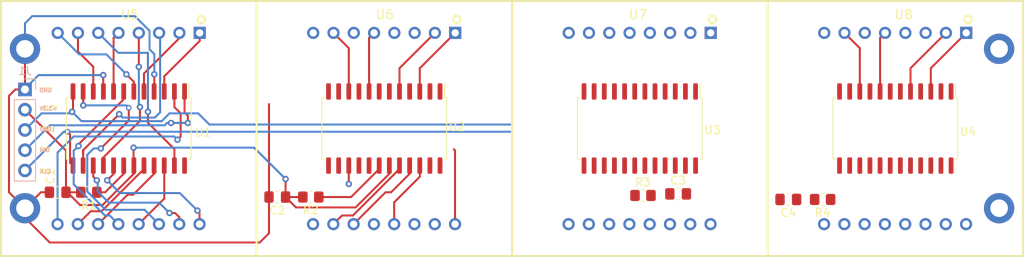
<source format=kicad_pcb>
(kicad_pcb (version 20171130) (host pcbnew "(5.1.9)-1")

  (general
    (thickness 1.6)
    (drawings 18)
    (tracks 248)
    (zones 0)
    (modules 21)
    (nets 77)
  )

  (page A4)
  (layers
    (0 F.Cu signal)
    (31 B.Cu signal)
    (32 B.Adhes user)
    (33 F.Adhes user)
    (34 B.Paste user)
    (35 F.Paste user)
    (36 B.SilkS user)
    (37 F.SilkS user)
    (38 B.Mask user)
    (39 F.Mask user)
    (40 Dwgs.User user)
    (41 Cmts.User user)
    (42 Eco1.User user)
    (43 Eco2.User user)
    (44 Edge.Cuts user)
    (45 Margin user)
    (46 B.CrtYd user)
    (47 F.CrtYd user)
    (48 B.Fab user hide)
    (49 F.Fab user hide)
  )

  (setup
    (last_trace_width 0.25)
    (user_trace_width 0.25)
    (user_trace_width 0.5)
    (user_trace_width 0.8)
    (user_trace_width 1)
    (user_trace_width 1.5)
    (trace_clearance 0.2)
    (zone_clearance 0.508)
    (zone_45_only no)
    (trace_min 0.2)
    (via_size 0.8)
    (via_drill 0.4)
    (via_min_size 0.4)
    (via_min_drill 0.3)
    (user_via 0.8 0.4)
    (user_via 0.9 0.45)
    (user_via 1 0.5)
    (uvia_size 0.3)
    (uvia_drill 0.1)
    (uvias_allowed no)
    (uvia_min_size 0.2)
    (uvia_min_drill 0.1)
    (edge_width 0.05)
    (segment_width 0.2)
    (pcb_text_width 0.3)
    (pcb_text_size 1.5 1.5)
    (mod_edge_width 0.12)
    (mod_text_size 1 1)
    (mod_text_width 0.15)
    (pad_size 3.8 3.8)
    (pad_drill 2.2)
    (pad_to_mask_clearance 0)
    (aux_axis_origin 0 0)
    (grid_origin 100 100)
    (visible_elements 7FFFFFFF)
    (pcbplotparams
      (layerselection 0x010fc_ffffffff)
      (usegerberextensions false)
      (usegerberattributes true)
      (usegerberadvancedattributes true)
      (creategerberjobfile true)
      (excludeedgelayer true)
      (linewidth 0.100000)
      (plotframeref false)
      (viasonmask false)
      (mode 1)
      (useauxorigin false)
      (hpglpennumber 1)
      (hpglpenspeed 20)
      (hpglpendiameter 15.000000)
      (psnegative false)
      (psa4output false)
      (plotreference true)
      (plotvalue true)
      (plotinvisibletext false)
      (padsonsilk false)
      (subtractmaskfromsilk false)
      (outputformat 1)
      (mirror false)
      (drillshape 1)
      (scaleselection 1)
      (outputdirectory ""))
  )

  (net 0 "")
  (net 1 "Net-(U1-Pad24)")
  (net 2 1_SEG_D)
  (net 3 1_SEG_DP)
  (net 4 1_SEG_E)
  (net 5 1_SEG_C)
  (net 6 +3V3)
  (net 7 1_SEG_G)
  (net 8 1_SEG_B)
  (net 9 1_SEG_F)
  (net 10 1_SEG_A)
  (net 11 CLK)
  (net 12 LOAD)
  (net 13 1_DIG_1)
  (net 14 1_DIG_5)
  (net 15 GND)
  (net 16 1_DIG_7)
  (net 17 1_DIG_3)
  (net 18 1_DIG_2)
  (net 19 1_DIG_6)
  (net 20 1_DIG_4)
  (net 21 1_DIG_0)
  (net 22 DIN)
  (net 23 "Net-(U2-Pad24)")
  (net 24 2_SEG_D)
  (net 25 2_SEG_DP)
  (net 26 2_SEG_E)
  (net 27 2_SEG_C)
  (net 28 2_SEG_G)
  (net 29 2_SEG_B)
  (net 30 2_SEG_F)
  (net 31 2_SEG_A)
  (net 32 2_DIG_1)
  (net 33 2_DIG_5)
  (net 34 2_DIG_7)
  (net 35 2_DIG_3)
  (net 36 2_DIG_2)
  (net 37 2_DIG_6)
  (net 38 2_DIG_4)
  (net 39 2_DIG_0)
  (net 40 "Net-(U3-Pad24)")
  (net 41 3_SEG_D)
  (net 42 3_SEG_DP)
  (net 43 3_SEG_E)
  (net 44 3_SEG_C)
  (net 45 3_SEG_G)
  (net 46 3_SEG_B)
  (net 47 3_SEG_F)
  (net 48 3_SEG_A)
  (net 49 3_DIG_1)
  (net 50 3_DIG_5)
  (net 51 3_DIG_7)
  (net 52 3_DIG_3)
  (net 53 3_DIG_2)
  (net 54 3_DIG_6)
  (net 55 3_DIG_4)
  (net 56 3_DIG_0)
  (net 57 4_SEG_D)
  (net 58 4_SEG_DP)
  (net 59 4_SEG_E)
  (net 60 4_SEG_C)
  (net 61 4_SEG_G)
  (net 62 4_SEG_B)
  (net 63 4_SEG_F)
  (net 64 4_SEG_A)
  (net 65 4_DIG_1)
  (net 66 4_DIG_5)
  (net 67 4_DIG_7)
  (net 68 4_DIG_3)
  (net 69 4_DIG_2)
  (net 70 4_DIG_6)
  (net 71 4_DIG_4)
  (net 72 4_DIG_0)
  (net 73 "Net-(R1-Pad1)")
  (net 74 "Net-(R2-Pad1)")
  (net 75 "Net-(R3-Pad1)")
  (net 76 "Net-(R4-Pad1)")

  (net_class Default "This is the default net class."
    (clearance 0.2)
    (trace_width 0.25)
    (via_dia 0.8)
    (via_drill 0.4)
    (uvia_dia 0.3)
    (uvia_drill 0.1)
    (add_net +3V3)
    (add_net 1_DIG_0)
    (add_net 1_DIG_1)
    (add_net 1_DIG_2)
    (add_net 1_DIG_3)
    (add_net 1_DIG_4)
    (add_net 1_DIG_5)
    (add_net 1_DIG_6)
    (add_net 1_DIG_7)
    (add_net 1_SEG_A)
    (add_net 1_SEG_B)
    (add_net 1_SEG_C)
    (add_net 1_SEG_D)
    (add_net 1_SEG_DP)
    (add_net 1_SEG_E)
    (add_net 1_SEG_F)
    (add_net 1_SEG_G)
    (add_net 2_DIG_0)
    (add_net 2_DIG_1)
    (add_net 2_DIG_2)
    (add_net 2_DIG_3)
    (add_net 2_DIG_4)
    (add_net 2_DIG_5)
    (add_net 2_DIG_6)
    (add_net 2_DIG_7)
    (add_net 2_SEG_A)
    (add_net 2_SEG_B)
    (add_net 2_SEG_C)
    (add_net 2_SEG_D)
    (add_net 2_SEG_DP)
    (add_net 2_SEG_E)
    (add_net 2_SEG_F)
    (add_net 2_SEG_G)
    (add_net 3_DIG_0)
    (add_net 3_DIG_1)
    (add_net 3_DIG_2)
    (add_net 3_DIG_3)
    (add_net 3_DIG_4)
    (add_net 3_DIG_5)
    (add_net 3_DIG_6)
    (add_net 3_DIG_7)
    (add_net 3_SEG_A)
    (add_net 3_SEG_B)
    (add_net 3_SEG_C)
    (add_net 3_SEG_D)
    (add_net 3_SEG_DP)
    (add_net 3_SEG_E)
    (add_net 3_SEG_F)
    (add_net 3_SEG_G)
    (add_net 4_DIG_0)
    (add_net 4_DIG_1)
    (add_net 4_DIG_2)
    (add_net 4_DIG_3)
    (add_net 4_DIG_4)
    (add_net 4_DIG_5)
    (add_net 4_DIG_6)
    (add_net 4_DIG_7)
    (add_net 4_SEG_A)
    (add_net 4_SEG_B)
    (add_net 4_SEG_C)
    (add_net 4_SEG_D)
    (add_net 4_SEG_DP)
    (add_net 4_SEG_E)
    (add_net 4_SEG_F)
    (add_net 4_SEG_G)
    (add_net CLK)
    (add_net DIN)
    (add_net GND)
    (add_net LOAD)
    (add_net "Net-(R1-Pad1)")
    (add_net "Net-(R2-Pad1)")
    (add_net "Net-(R3-Pad1)")
    (add_net "Net-(R4-Pad1)")
    (add_net "Net-(U1-Pad24)")
    (add_net "Net-(U2-Pad24)")
    (add_net "Net-(U3-Pad24)")
  )

  (module Kaka-footprints:LED-DISPLAY-1088AS (layer F.Cu) (tedit 0) (tstamp 5FEAAFC2)
    (at 116 116 180)
    (path /5FF19713)
    (fp_text reference U5 (at -1.4 14.3) (layer F.SilkS)
      (effects (font (size 1.143 1.143) (thickness 0.1524)) (justify right))
    )
    (fp_text value LED-MATRIX-1088AS (at 0 -18.832322) (layer F.Fab) hide
      (effects (font (size 1.143 1.143) (thickness 0.1524)) (justify right))
    )
    (fp_circle (center -9.090152 13.699744) (end -9.090152 14.160754) (layer F.SilkS) (width 0.254))
    (fp_line (start -15.999993 -15.999993) (end -15.999993 15.999993) (layer F.SilkS) (width 0.254))
    (fp_line (start 15.999993 -15.999993) (end -15.999993 -15.999993) (layer F.SilkS) (width 0.254))
    (fp_line (start 15.999993 15.999993) (end 15.999993 -15.999993) (layer F.SilkS) (width 0.254))
    (fp_line (start -15.999993 15.999993) (end 15.999993 15.999993) (layer F.SilkS) (width 0.254))
    (pad 16 thru_hole circle (at -8.860028 -11.999976 180) (size 1.524 1.524) (drill 0.9144) (layers *.Cu *.Mask)
      (net 7 1_SEG_G))
    (pad 15 thru_hole circle (at -6.320028 -11.999976 180) (size 1.524 1.524) (drill 0.9144) (layers *.Cu *.Mask)
      (net 9 1_SEG_F))
    (pad 14 thru_hole circle (at -3.780028 -11.999976 180) (size 1.524 1.524) (drill 0.9144) (layers *.Cu *.Mask)
      (net 13 1_DIG_1))
    (pad 13 thru_hole circle (at -1.240028 -11.999976 180) (size 1.524 1.524) (drill 0.9144) (layers *.Cu *.Mask)
      (net 3 1_SEG_DP))
    (pad 12 thru_hole circle (at 1.299972 -11.999976 180) (size 1.524 1.524) (drill 0.9144) (layers *.Cu *.Mask)
      (net 17 1_DIG_3))
    (pad 11 thru_hole circle (at 3.839972 -11.999976 180) (size 1.524 1.524) (drill 0.9144) (layers *.Cu *.Mask)
      (net 4 1_SEG_E))
    (pad 10 thru_hole circle (at 6.379972 -11.999976 180) (size 1.524 1.524) (drill 0.9144) (layers *.Cu *.Mask)
      (net 5 1_SEG_C))
    (pad 9 thru_hole circle (at 8.919972 -11.999722 180) (size 1.524 1.524) (drill 0.9144) (layers *.Cu *.Mask)
      (net 21 1_DIG_0))
    (pad 8 thru_hole circle (at 8.899906 11.999976 180) (size 1.524 1.524) (drill 0.9144) (layers *.Cu *.Mask)
      (net 18 1_DIG_2))
    (pad 7 thru_hole circle (at 6.359906 11.999976 180) (size 1.524 1.524) (drill 0.9144) (layers *.Cu *.Mask)
      (net 14 1_DIG_5))
    (pad 6 thru_hole circle (at 3.819906 11.999976 180) (size 1.524 1.524) (drill 0.9144) (layers *.Cu *.Mask)
      (net 2 1_SEG_D))
    (pad 5 thru_hole circle (at 1.279906 11.999976 180) (size 1.524 1.524) (drill 0.9144) (layers *.Cu *.Mask)
      (net 16 1_DIG_7))
    (pad 4 thru_hole circle (at -1.260094 11.999976 180) (size 1.524 1.524) (drill 0.9144) (layers *.Cu *.Mask)
      (net 8 1_SEG_B))
    (pad 3 thru_hole circle (at -3.800094 11.999976 180) (size 1.524 1.524) (drill 0.9144) (layers *.Cu *.Mask)
      (net 10 1_SEG_A))
    (pad 2 thru_hole circle (at -6.340094 11.999976 180) (size 1.524 1.524) (drill 0.9144) (layers *.Cu *.Mask)
      (net 19 1_DIG_6))
    (pad 1 thru_hole rect (at -8.880094 11.999976 180) (size 1.524 1.524) (drill 0.9144) (layers *.Cu *.Mask)
      (net 20 1_DIG_4))
  )

  (module Connector_PinHeader_2.54mm:PinHeader_1x05_P2.54mm_Vertical (layer B.Cu) (tedit 59FED5CC) (tstamp 5FE995C4)
    (at 103 111.1 180)
    (descr "Through hole straight pin header, 1x05, 2.54mm pitch, single row")
    (tags "Through hole pin header THT 1x05 2.54mm single row")
    (path /5FEF7E60)
    (fp_text reference J1 (at 0 2.33) (layer B.SilkS)
      (effects (font (size 1 1) (thickness 0.15)) (justify mirror))
    )
    (fp_text value Conn_01x05 (at 0 -12.49) (layer B.Fab)
      (effects (font (size 1 1) (thickness 0.15)) (justify mirror))
    )
    (fp_line (start -0.635 1.27) (end 1.27 1.27) (layer B.Fab) (width 0.1))
    (fp_line (start 1.27 1.27) (end 1.27 -11.43) (layer B.Fab) (width 0.1))
    (fp_line (start 1.27 -11.43) (end -1.27 -11.43) (layer B.Fab) (width 0.1))
    (fp_line (start -1.27 -11.43) (end -1.27 0.635) (layer B.Fab) (width 0.1))
    (fp_line (start -1.27 0.635) (end -0.635 1.27) (layer B.Fab) (width 0.1))
    (fp_line (start -1.33 -11.49) (end 1.33 -11.49) (layer B.SilkS) (width 0.12))
    (fp_line (start -1.33 -1.27) (end -1.33 -11.49) (layer B.SilkS) (width 0.12))
    (fp_line (start 1.33 -1.27) (end 1.33 -11.49) (layer B.SilkS) (width 0.12))
    (fp_line (start -1.33 -1.27) (end 1.33 -1.27) (layer B.SilkS) (width 0.12))
    (fp_line (start -1.33 0) (end -1.33 1.33) (layer B.SilkS) (width 0.12))
    (fp_line (start -1.33 1.33) (end 0 1.33) (layer B.SilkS) (width 0.12))
    (fp_line (start -1.8 1.8) (end -1.8 -11.95) (layer B.CrtYd) (width 0.05))
    (fp_line (start -1.8 -11.95) (end 1.8 -11.95) (layer B.CrtYd) (width 0.05))
    (fp_line (start 1.8 -11.95) (end 1.8 1.8) (layer B.CrtYd) (width 0.05))
    (fp_line (start 1.8 1.8) (end -1.8 1.8) (layer B.CrtYd) (width 0.05))
    (fp_text user %R (at 0 -5.08 270) (layer B.Fab)
      (effects (font (size 1 1) (thickness 0.15)) (justify mirror))
    )
    (pad 5 thru_hole oval (at 0 -10.16 180) (size 1.7 1.7) (drill 1) (layers *.Cu *.Mask)
      (net 11 CLK))
    (pad 4 thru_hole oval (at 0 -7.62 180) (size 1.7 1.7) (drill 1) (layers *.Cu *.Mask)
      (net 22 DIN))
    (pad 3 thru_hole oval (at 0 -5.08 180) (size 1.7 1.7) (drill 1) (layers *.Cu *.Mask)
      (net 12 LOAD))
    (pad 2 thru_hole oval (at 0 -2.54 180) (size 1.7 1.7) (drill 1) (layers *.Cu *.Mask)
      (net 6 +3V3))
    (pad 1 thru_hole rect (at 0 0 180) (size 1.7 1.7) (drill 1) (layers *.Cu *.Mask)
      (net 15 GND))
    (model ${KISYS3DMOD}/Connector_PinHeader_2.54mm.3dshapes/PinHeader_1x05_P2.54mm_Vertical.wrl
      (at (xyz 0 0 0))
      (scale (xyz 1 1 1))
      (rotate (xyz 0 0 0))
    )
  )

  (module Resistor_SMD:R_0805_2012Metric_Pad1.20x1.40mm_HandSolder (layer F.Cu) (tedit 5F68FEEE) (tstamp 5FE9B63A)
    (at 202.9 124.9 180)
    (descr "Resistor SMD 0805 (2012 Metric), square (rectangular) end terminal, IPC_7351 nominal with elongated pad for handsoldering. (Body size source: IPC-SM-782 page 72, https://www.pcb-3d.com/wordpress/wp-content/uploads/ipc-sm-782a_amendment_1_and_2.pdf), generated with kicad-footprint-generator")
    (tags "resistor handsolder")
    (path /5FF3B733)
    (attr smd)
    (fp_text reference R4 (at 0 -1.65) (layer F.SilkS)
      (effects (font (size 1 1) (thickness 0.15)))
    )
    (fp_text value 10K (at 0 1.65) (layer F.Fab)
      (effects (font (size 1 1) (thickness 0.15)))
    )
    (fp_line (start 1.85 0.95) (end -1.85 0.95) (layer F.CrtYd) (width 0.05))
    (fp_line (start 1.85 -0.95) (end 1.85 0.95) (layer F.CrtYd) (width 0.05))
    (fp_line (start -1.85 -0.95) (end 1.85 -0.95) (layer F.CrtYd) (width 0.05))
    (fp_line (start -1.85 0.95) (end -1.85 -0.95) (layer F.CrtYd) (width 0.05))
    (fp_line (start -0.227064 0.735) (end 0.227064 0.735) (layer F.SilkS) (width 0.12))
    (fp_line (start -0.227064 -0.735) (end 0.227064 -0.735) (layer F.SilkS) (width 0.12))
    (fp_line (start 1 0.625) (end -1 0.625) (layer F.Fab) (width 0.1))
    (fp_line (start 1 -0.625) (end 1 0.625) (layer F.Fab) (width 0.1))
    (fp_line (start -1 -0.625) (end 1 -0.625) (layer F.Fab) (width 0.1))
    (fp_line (start -1 0.625) (end -1 -0.625) (layer F.Fab) (width 0.1))
    (fp_text user %R (at 0 0) (layer F.Fab)
      (effects (font (size 0.5 0.5) (thickness 0.08)))
    )
    (pad 2 smd roundrect (at 1 0 180) (size 1.2 1.4) (layers F.Cu F.Paste F.Mask) (roundrect_rratio 0.208333)
      (net 6 +3V3))
    (pad 1 smd roundrect (at -1 0 180) (size 1.2 1.4) (layers F.Cu F.Paste F.Mask) (roundrect_rratio 0.208333)
      (net 76 "Net-(R4-Pad1)"))
    (model ${KISYS3DMOD}/Resistor_SMD.3dshapes/R_0805_2012Metric.wrl
      (at (xyz 0 0 0))
      (scale (xyz 1 1 1))
      (rotate (xyz 0 0 0))
    )
  )

  (module Resistor_SMD:R_0805_2012Metric_Pad1.20x1.40mm_HandSolder (layer F.Cu) (tedit 5F68FEEE) (tstamp 5FE9B629)
    (at 180.4 124.4)
    (descr "Resistor SMD 0805 (2012 Metric), square (rectangular) end terminal, IPC_7351 nominal with elongated pad for handsoldering. (Body size source: IPC-SM-782 page 72, https://www.pcb-3d.com/wordpress/wp-content/uploads/ipc-sm-782a_amendment_1_and_2.pdf), generated with kicad-footprint-generator")
    (tags "resistor handsolder")
    (path /5FF3AFCD)
    (attr smd)
    (fp_text reference R3 (at 0 -1.65) (layer F.SilkS)
      (effects (font (size 1 1) (thickness 0.15)))
    )
    (fp_text value 10K (at 0 1.65) (layer F.Fab)
      (effects (font (size 1 1) (thickness 0.15)))
    )
    (fp_line (start 1.85 0.95) (end -1.85 0.95) (layer F.CrtYd) (width 0.05))
    (fp_line (start 1.85 -0.95) (end 1.85 0.95) (layer F.CrtYd) (width 0.05))
    (fp_line (start -1.85 -0.95) (end 1.85 -0.95) (layer F.CrtYd) (width 0.05))
    (fp_line (start -1.85 0.95) (end -1.85 -0.95) (layer F.CrtYd) (width 0.05))
    (fp_line (start -0.227064 0.735) (end 0.227064 0.735) (layer F.SilkS) (width 0.12))
    (fp_line (start -0.227064 -0.735) (end 0.227064 -0.735) (layer F.SilkS) (width 0.12))
    (fp_line (start 1 0.625) (end -1 0.625) (layer F.Fab) (width 0.1))
    (fp_line (start 1 -0.625) (end 1 0.625) (layer F.Fab) (width 0.1))
    (fp_line (start -1 -0.625) (end 1 -0.625) (layer F.Fab) (width 0.1))
    (fp_line (start -1 0.625) (end -1 -0.625) (layer F.Fab) (width 0.1))
    (fp_text user %R (at 0 0) (layer F.Fab)
      (effects (font (size 0.5 0.5) (thickness 0.08)))
    )
    (pad 2 smd roundrect (at 1 0) (size 1.2 1.4) (layers F.Cu F.Paste F.Mask) (roundrect_rratio 0.208333)
      (net 6 +3V3))
    (pad 1 smd roundrect (at -1 0) (size 1.2 1.4) (layers F.Cu F.Paste F.Mask) (roundrect_rratio 0.208333)
      (net 75 "Net-(R3-Pad1)"))
    (model ${KISYS3DMOD}/Resistor_SMD.3dshapes/R_0805_2012Metric.wrl
      (at (xyz 0 0 0))
      (scale (xyz 1 1 1))
      (rotate (xyz 0 0 0))
    )
  )

  (module Resistor_SMD:R_0805_2012Metric_Pad1.20x1.40mm_HandSolder (layer F.Cu) (tedit 5F68FEEE) (tstamp 5FE9B618)
    (at 138.8 124.6 180)
    (descr "Resistor SMD 0805 (2012 Metric), square (rectangular) end terminal, IPC_7351 nominal with elongated pad for handsoldering. (Body size source: IPC-SM-782 page 72, https://www.pcb-3d.com/wordpress/wp-content/uploads/ipc-sm-782a_amendment_1_and_2.pdf), generated with kicad-footprint-generator")
    (tags "resistor handsolder")
    (path /5FF3A375)
    (attr smd)
    (fp_text reference R2 (at 0 -1.65) (layer F.SilkS)
      (effects (font (size 1 1) (thickness 0.15)))
    )
    (fp_text value 10K (at 0 1.65) (layer F.Fab)
      (effects (font (size 1 1) (thickness 0.15)))
    )
    (fp_line (start 1.85 0.95) (end -1.85 0.95) (layer F.CrtYd) (width 0.05))
    (fp_line (start 1.85 -0.95) (end 1.85 0.95) (layer F.CrtYd) (width 0.05))
    (fp_line (start -1.85 -0.95) (end 1.85 -0.95) (layer F.CrtYd) (width 0.05))
    (fp_line (start -1.85 0.95) (end -1.85 -0.95) (layer F.CrtYd) (width 0.05))
    (fp_line (start -0.227064 0.735) (end 0.227064 0.735) (layer F.SilkS) (width 0.12))
    (fp_line (start -0.227064 -0.735) (end 0.227064 -0.735) (layer F.SilkS) (width 0.12))
    (fp_line (start 1 0.625) (end -1 0.625) (layer F.Fab) (width 0.1))
    (fp_line (start 1 -0.625) (end 1 0.625) (layer F.Fab) (width 0.1))
    (fp_line (start -1 -0.625) (end 1 -0.625) (layer F.Fab) (width 0.1))
    (fp_line (start -1 0.625) (end -1 -0.625) (layer F.Fab) (width 0.1))
    (fp_text user %R (at 0 0) (layer F.Fab)
      (effects (font (size 0.5 0.5) (thickness 0.08)))
    )
    (pad 2 smd roundrect (at 1 0 180) (size 1.2 1.4) (layers F.Cu F.Paste F.Mask) (roundrect_rratio 0.208333)
      (net 6 +3V3))
    (pad 1 smd roundrect (at -1 0 180) (size 1.2 1.4) (layers F.Cu F.Paste F.Mask) (roundrect_rratio 0.208333)
      (net 74 "Net-(R2-Pad1)"))
    (model ${KISYS3DMOD}/Resistor_SMD.3dshapes/R_0805_2012Metric.wrl
      (at (xyz 0 0 0))
      (scale (xyz 1 1 1))
      (rotate (xyz 0 0 0))
    )
  )

  (module Resistor_SMD:R_0805_2012Metric_Pad1.20x1.40mm_HandSolder (layer F.Cu) (tedit 5F68FEEE) (tstamp 5FE9B607)
    (at 111 124 180)
    (descr "Resistor SMD 0805 (2012 Metric), square (rectangular) end terminal, IPC_7351 nominal with elongated pad for handsoldering. (Body size source: IPC-SM-782 page 72, https://www.pcb-3d.com/wordpress/wp-content/uploads/ipc-sm-782a_amendment_1_and_2.pdf), generated with kicad-footprint-generator")
    (tags "resistor handsolder")
    (path /5FF38E53)
    (attr smd)
    (fp_text reference R1 (at 0 -1.65) (layer F.SilkS)
      (effects (font (size 1 1) (thickness 0.15)))
    )
    (fp_text value 10K (at 0 1.65) (layer F.Fab)
      (effects (font (size 1 1) (thickness 0.15)))
    )
    (fp_line (start 1.85 0.95) (end -1.85 0.95) (layer F.CrtYd) (width 0.05))
    (fp_line (start 1.85 -0.95) (end 1.85 0.95) (layer F.CrtYd) (width 0.05))
    (fp_line (start -1.85 -0.95) (end 1.85 -0.95) (layer F.CrtYd) (width 0.05))
    (fp_line (start -1.85 0.95) (end -1.85 -0.95) (layer F.CrtYd) (width 0.05))
    (fp_line (start -0.227064 0.735) (end 0.227064 0.735) (layer F.SilkS) (width 0.12))
    (fp_line (start -0.227064 -0.735) (end 0.227064 -0.735) (layer F.SilkS) (width 0.12))
    (fp_line (start 1 0.625) (end -1 0.625) (layer F.Fab) (width 0.1))
    (fp_line (start 1 -0.625) (end 1 0.625) (layer F.Fab) (width 0.1))
    (fp_line (start -1 -0.625) (end 1 -0.625) (layer F.Fab) (width 0.1))
    (fp_line (start -1 0.625) (end -1 -0.625) (layer F.Fab) (width 0.1))
    (fp_text user %R (at 0 0) (layer F.Fab)
      (effects (font (size 0.5 0.5) (thickness 0.08)))
    )
    (pad 2 smd roundrect (at 1 0 180) (size 1.2 1.4) (layers F.Cu F.Paste F.Mask) (roundrect_rratio 0.208333)
      (net 6 +3V3))
    (pad 1 smd roundrect (at -1 0 180) (size 1.2 1.4) (layers F.Cu F.Paste F.Mask) (roundrect_rratio 0.208333)
      (net 73 "Net-(R1-Pad1)"))
    (model ${KISYS3DMOD}/Resistor_SMD.3dshapes/R_0805_2012Metric.wrl
      (at (xyz 0 0 0))
      (scale (xyz 1 1 1))
      (rotate (xyz 0 0 0))
    )
  )

  (module Capacitor_SMD:C_0805_2012Metric_Pad1.18x1.45mm_HandSolder (layer F.Cu) (tedit 5F68FEEF) (tstamp 5FE9AEB7)
    (at 198.6 124.9 180)
    (descr "Capacitor SMD 0805 (2012 Metric), square (rectangular) end terminal, IPC_7351 nominal with elongated pad for handsoldering. (Body size source: IPC-SM-782 page 76, https://www.pcb-3d.com/wordpress/wp-content/uploads/ipc-sm-782a_amendment_1_and_2.pdf, https://docs.google.com/spreadsheets/d/1BsfQQcO9C6DZCsRaXUlFlo91Tg2WpOkGARC1WS5S8t0/edit?usp=sharing), generated with kicad-footprint-generator")
    (tags "capacitor handsolder")
    (path /5FF2E48D)
    (attr smd)
    (fp_text reference C4 (at 0 -1.68) (layer F.SilkS)
      (effects (font (size 1 1) (thickness 0.15)))
    )
    (fp_text value 100nf (at 0 1.68) (layer F.Fab)
      (effects (font (size 1 1) (thickness 0.15)))
    )
    (fp_line (start 1.88 0.98) (end -1.88 0.98) (layer F.CrtYd) (width 0.05))
    (fp_line (start 1.88 -0.98) (end 1.88 0.98) (layer F.CrtYd) (width 0.05))
    (fp_line (start -1.88 -0.98) (end 1.88 -0.98) (layer F.CrtYd) (width 0.05))
    (fp_line (start -1.88 0.98) (end -1.88 -0.98) (layer F.CrtYd) (width 0.05))
    (fp_line (start -0.261252 0.735) (end 0.261252 0.735) (layer F.SilkS) (width 0.12))
    (fp_line (start -0.261252 -0.735) (end 0.261252 -0.735) (layer F.SilkS) (width 0.12))
    (fp_line (start 1 0.625) (end -1 0.625) (layer F.Fab) (width 0.1))
    (fp_line (start 1 -0.625) (end 1 0.625) (layer F.Fab) (width 0.1))
    (fp_line (start -1 -0.625) (end 1 -0.625) (layer F.Fab) (width 0.1))
    (fp_line (start -1 0.625) (end -1 -0.625) (layer F.Fab) (width 0.1))
    (fp_text user %R (at 0 0) (layer F.Fab)
      (effects (font (size 0.5 0.5) (thickness 0.08)))
    )
    (pad 2 smd roundrect (at 1.0375 0 180) (size 1.175 1.45) (layers F.Cu F.Paste F.Mask) (roundrect_rratio 0.212766)
      (net 15 GND))
    (pad 1 smd roundrect (at -1.0375 0 180) (size 1.175 1.45) (layers F.Cu F.Paste F.Mask) (roundrect_rratio 0.212766)
      (net 6 +3V3))
    (model ${KISYS3DMOD}/Capacitor_SMD.3dshapes/C_0805_2012Metric.wrl
      (at (xyz 0 0 0))
      (scale (xyz 1 1 1))
      (rotate (xyz 0 0 0))
    )
  )

  (module Capacitor_SMD:C_0805_2012Metric_Pad1.18x1.45mm_HandSolder (layer F.Cu) (tedit 5F68FEEF) (tstamp 5FE9AEA6)
    (at 184.8 124.2)
    (descr "Capacitor SMD 0805 (2012 Metric), square (rectangular) end terminal, IPC_7351 nominal with elongated pad for handsoldering. (Body size source: IPC-SM-782 page 76, https://www.pcb-3d.com/wordpress/wp-content/uploads/ipc-sm-782a_amendment_1_and_2.pdf, https://docs.google.com/spreadsheets/d/1BsfQQcO9C6DZCsRaXUlFlo91Tg2WpOkGARC1WS5S8t0/edit?usp=sharing), generated with kicad-footprint-generator")
    (tags "capacitor handsolder")
    (path /5FF2DD28)
    (attr smd)
    (fp_text reference C3 (at 0 -1.68) (layer F.SilkS)
      (effects (font (size 1 1) (thickness 0.15)))
    )
    (fp_text value 100nf (at 0 1.68) (layer F.Fab)
      (effects (font (size 1 1) (thickness 0.15)))
    )
    (fp_line (start 1.88 0.98) (end -1.88 0.98) (layer F.CrtYd) (width 0.05))
    (fp_line (start 1.88 -0.98) (end 1.88 0.98) (layer F.CrtYd) (width 0.05))
    (fp_line (start -1.88 -0.98) (end 1.88 -0.98) (layer F.CrtYd) (width 0.05))
    (fp_line (start -1.88 0.98) (end -1.88 -0.98) (layer F.CrtYd) (width 0.05))
    (fp_line (start -0.261252 0.735) (end 0.261252 0.735) (layer F.SilkS) (width 0.12))
    (fp_line (start -0.261252 -0.735) (end 0.261252 -0.735) (layer F.SilkS) (width 0.12))
    (fp_line (start 1 0.625) (end -1 0.625) (layer F.Fab) (width 0.1))
    (fp_line (start 1 -0.625) (end 1 0.625) (layer F.Fab) (width 0.1))
    (fp_line (start -1 -0.625) (end 1 -0.625) (layer F.Fab) (width 0.1))
    (fp_line (start -1 0.625) (end -1 -0.625) (layer F.Fab) (width 0.1))
    (fp_text user %R (at 0 0) (layer F.Fab)
      (effects (font (size 0.5 0.5) (thickness 0.08)))
    )
    (pad 2 smd roundrect (at 1.0375 0) (size 1.175 1.45) (layers F.Cu F.Paste F.Mask) (roundrect_rratio 0.212766)
      (net 15 GND))
    (pad 1 smd roundrect (at -1.0375 0) (size 1.175 1.45) (layers F.Cu F.Paste F.Mask) (roundrect_rratio 0.212766)
      (net 6 +3V3))
    (model ${KISYS3DMOD}/Capacitor_SMD.3dshapes/C_0805_2012Metric.wrl
      (at (xyz 0 0 0))
      (scale (xyz 1 1 1))
      (rotate (xyz 0 0 0))
    )
  )

  (module Capacitor_SMD:C_0805_2012Metric_Pad1.18x1.45mm_HandSolder (layer F.Cu) (tedit 5F68FEEF) (tstamp 5FE9AE95)
    (at 134.6 124.6 180)
    (descr "Capacitor SMD 0805 (2012 Metric), square (rectangular) end terminal, IPC_7351 nominal with elongated pad for handsoldering. (Body size source: IPC-SM-782 page 76, https://www.pcb-3d.com/wordpress/wp-content/uploads/ipc-sm-782a_amendment_1_and_2.pdf, https://docs.google.com/spreadsheets/d/1BsfQQcO9C6DZCsRaXUlFlo91Tg2WpOkGARC1WS5S8t0/edit?usp=sharing), generated with kicad-footprint-generator")
    (tags "capacitor handsolder")
    (path /5FF2D788)
    (attr smd)
    (fp_text reference C2 (at 0 -1.68) (layer F.SilkS)
      (effects (font (size 1 1) (thickness 0.15)))
    )
    (fp_text value 100nf (at 0 1.68) (layer F.Fab)
      (effects (font (size 1 1) (thickness 0.15)))
    )
    (fp_line (start 1.88 0.98) (end -1.88 0.98) (layer F.CrtYd) (width 0.05))
    (fp_line (start 1.88 -0.98) (end 1.88 0.98) (layer F.CrtYd) (width 0.05))
    (fp_line (start -1.88 -0.98) (end 1.88 -0.98) (layer F.CrtYd) (width 0.05))
    (fp_line (start -1.88 0.98) (end -1.88 -0.98) (layer F.CrtYd) (width 0.05))
    (fp_line (start -0.261252 0.735) (end 0.261252 0.735) (layer F.SilkS) (width 0.12))
    (fp_line (start -0.261252 -0.735) (end 0.261252 -0.735) (layer F.SilkS) (width 0.12))
    (fp_line (start 1 0.625) (end -1 0.625) (layer F.Fab) (width 0.1))
    (fp_line (start 1 -0.625) (end 1 0.625) (layer F.Fab) (width 0.1))
    (fp_line (start -1 -0.625) (end 1 -0.625) (layer F.Fab) (width 0.1))
    (fp_line (start -1 0.625) (end -1 -0.625) (layer F.Fab) (width 0.1))
    (fp_text user %R (at 0 0) (layer F.Fab)
      (effects (font (size 0.5 0.5) (thickness 0.08)))
    )
    (pad 2 smd roundrect (at 1.0375 0 180) (size 1.175 1.45) (layers F.Cu F.Paste F.Mask) (roundrect_rratio 0.212766)
      (net 15 GND))
    (pad 1 smd roundrect (at -1.0375 0 180) (size 1.175 1.45) (layers F.Cu F.Paste F.Mask) (roundrect_rratio 0.212766)
      (net 6 +3V3))
    (model ${KISYS3DMOD}/Capacitor_SMD.3dshapes/C_0805_2012Metric.wrl
      (at (xyz 0 0 0))
      (scale (xyz 1 1 1))
      (rotate (xyz 0 0 0))
    )
  )

  (module Capacitor_SMD:C_0805_2012Metric_Pad1.18x1.45mm_HandSolder (layer F.Cu) (tedit 5F68FEEF) (tstamp 5FE9AE84)
    (at 107.1 124 180)
    (descr "Capacitor SMD 0805 (2012 Metric), square (rectangular) end terminal, IPC_7351 nominal with elongated pad for handsoldering. (Body size source: IPC-SM-782 page 76, https://www.pcb-3d.com/wordpress/wp-content/uploads/ipc-sm-782a_amendment_1_and_2.pdf, https://docs.google.com/spreadsheets/d/1BsfQQcO9C6DZCsRaXUlFlo91Tg2WpOkGARC1WS5S8t0/edit?usp=sharing), generated with kicad-footprint-generator")
    (tags "capacitor handsolder")
    (path /5FF2CB55)
    (attr smd)
    (fp_text reference C1 (at 0.9 2 90) (layer F.SilkS)
      (effects (font (size 1 1) (thickness 0.15)))
    )
    (fp_text value 100nf (at 0 1.68 180) (layer F.Fab)
      (effects (font (size 1 1) (thickness 0.15)))
    )
    (fp_line (start 1.88 0.98) (end -1.88 0.98) (layer F.CrtYd) (width 0.05))
    (fp_line (start 1.88 -0.98) (end 1.88 0.98) (layer F.CrtYd) (width 0.05))
    (fp_line (start -1.88 -0.98) (end 1.88 -0.98) (layer F.CrtYd) (width 0.05))
    (fp_line (start -1.88 0.98) (end -1.88 -0.98) (layer F.CrtYd) (width 0.05))
    (fp_line (start -0.261252 0.735) (end 0.261252 0.735) (layer F.SilkS) (width 0.12))
    (fp_line (start -0.261252 -0.735) (end 0.261252 -0.735) (layer F.SilkS) (width 0.12))
    (fp_line (start 1 0.625) (end -1 0.625) (layer F.Fab) (width 0.1))
    (fp_line (start 1 -0.625) (end 1 0.625) (layer F.Fab) (width 0.1))
    (fp_line (start -1 -0.625) (end 1 -0.625) (layer F.Fab) (width 0.1))
    (fp_line (start -1 0.625) (end -1 -0.625) (layer F.Fab) (width 0.1))
    (fp_text user %R (at 0 0 180) (layer F.Fab)
      (effects (font (size 0.5 0.5) (thickness 0.08)))
    )
    (pad 2 smd roundrect (at 1.0375 0 180) (size 1.175 1.45) (layers F.Cu F.Paste F.Mask) (roundrect_rratio 0.212766)
      (net 15 GND))
    (pad 1 smd roundrect (at -1.0375 0 180) (size 1.175 1.45) (layers F.Cu F.Paste F.Mask) (roundrect_rratio 0.212766)
      (net 6 +3V3))
    (model ${KISYS3DMOD}/Capacitor_SMD.3dshapes/C_0805_2012Metric.wrl
      (at (xyz 0 0 0))
      (scale (xyz 1 1 1))
      (rotate (xyz 0 0 0))
    )
  )

  (module Kaka-footprints:LED-DISPLAY-1088AS (layer F.Cu) (tedit 0) (tstamp 5FEAB65D)
    (at 212 116 180)
    (path /5FF1C7EC)
    (fp_text reference U8 (at -2.3 14.3) (layer F.SilkS)
      (effects (font (size 1.143 1.143) (thickness 0.1524)) (justify right))
    )
    (fp_text value LED-MATRIX-1088AS (at 0 -18.832322) (layer F.Fab) hide
      (effects (font (size 1.143 1.143) (thickness 0.1524)) (justify right))
    )
    (fp_circle (center -9.090152 13.699744) (end -9.090152 14.160754) (layer F.SilkS) (width 0.254))
    (fp_line (start -15.999993 -15.999993) (end -15.999993 15.999993) (layer F.SilkS) (width 0.254))
    (fp_line (start 15.999993 -15.999993) (end -15.999993 -15.999993) (layer F.SilkS) (width 0.254))
    (fp_line (start 15.999993 15.999993) (end 15.999993 -15.999993) (layer F.SilkS) (width 0.254))
    (fp_line (start -15.999993 15.999993) (end 15.999993 15.999993) (layer F.SilkS) (width 0.254))
    (pad 16 thru_hole circle (at -8.860028 -11.999976 180) (size 1.524 1.524) (drill 0.9144) (layers *.Cu *.Mask)
      (net 61 4_SEG_G))
    (pad 15 thru_hole circle (at -6.320028 -11.999976 180) (size 1.524 1.524) (drill 0.9144) (layers *.Cu *.Mask)
      (net 63 4_SEG_F))
    (pad 14 thru_hole circle (at -3.780028 -11.999976 180) (size 1.524 1.524) (drill 0.9144) (layers *.Cu *.Mask)
      (net 65 4_DIG_1))
    (pad 13 thru_hole circle (at -1.240028 -11.999976 180) (size 1.524 1.524) (drill 0.9144) (layers *.Cu *.Mask)
      (net 58 4_SEG_DP))
    (pad 12 thru_hole circle (at 1.299972 -11.999976 180) (size 1.524 1.524) (drill 0.9144) (layers *.Cu *.Mask)
      (net 68 4_DIG_3))
    (pad 11 thru_hole circle (at 3.839972 -11.999976 180) (size 1.524 1.524) (drill 0.9144) (layers *.Cu *.Mask)
      (net 59 4_SEG_E))
    (pad 10 thru_hole circle (at 6.379972 -11.999976 180) (size 1.524 1.524) (drill 0.9144) (layers *.Cu *.Mask)
      (net 60 4_SEG_C))
    (pad 9 thru_hole circle (at 8.919972 -11.999722 180) (size 1.524 1.524) (drill 0.9144) (layers *.Cu *.Mask)
      (net 72 4_DIG_0))
    (pad 8 thru_hole circle (at 8.899906 11.999976 180) (size 1.524 1.524) (drill 0.9144) (layers *.Cu *.Mask)
      (net 69 4_DIG_2))
    (pad 7 thru_hole circle (at 6.359906 11.999976 180) (size 1.524 1.524) (drill 0.9144) (layers *.Cu *.Mask)
      (net 66 4_DIG_5))
    (pad 6 thru_hole circle (at 3.819906 11.999976 180) (size 1.524 1.524) (drill 0.9144) (layers *.Cu *.Mask)
      (net 57 4_SEG_D))
    (pad 5 thru_hole circle (at 1.279906 11.999976 180) (size 1.524 1.524) (drill 0.9144) (layers *.Cu *.Mask)
      (net 67 4_DIG_7))
    (pad 4 thru_hole circle (at -1.260094 11.999976 180) (size 1.524 1.524) (drill 0.9144) (layers *.Cu *.Mask)
      (net 62 4_SEG_B))
    (pad 3 thru_hole circle (at -3.800094 11.999976 180) (size 1.524 1.524) (drill 0.9144) (layers *.Cu *.Mask)
      (net 64 4_SEG_A))
    (pad 2 thru_hole circle (at -6.340094 11.999976 180) (size 1.524 1.524) (drill 0.9144) (layers *.Cu *.Mask)
      (net 70 4_DIG_6))
    (pad 1 thru_hole rect (at -8.880094 11.999976 180) (size 1.524 1.524) (drill 0.9144) (layers *.Cu *.Mask)
      (net 71 4_DIG_4))
  )

  (module Kaka-footprints:LED-DISPLAY-1088AS (layer F.Cu) (tedit 0) (tstamp 5FE996CB)
    (at 180 116 180)
    (path /5FF1BC2A)
    (fp_text reference U7 (at -1 14.3) (layer F.SilkS)
      (effects (font (size 1.143 1.143) (thickness 0.1524)) (justify right))
    )
    (fp_text value LED-MATRIX-1088AS (at 0 -18.832322) (layer F.Fab) hide
      (effects (font (size 1.143 1.143) (thickness 0.1524)) (justify right))
    )
    (fp_circle (center -9.090152 13.699744) (end -9.090152 14.160754) (layer F.SilkS) (width 0.254))
    (fp_line (start -15.999993 -15.999993) (end -15.999993 15.999993) (layer F.SilkS) (width 0.254))
    (fp_line (start 15.999993 -15.999993) (end -15.999993 -15.999993) (layer F.SilkS) (width 0.254))
    (fp_line (start 15.999993 15.999993) (end 15.999993 -15.999993) (layer F.SilkS) (width 0.254))
    (fp_line (start -15.999993 15.999993) (end 15.999993 15.999993) (layer F.SilkS) (width 0.254))
    (pad 16 thru_hole circle (at -8.860028 -11.999976 180) (size 1.524 1.524) (drill 0.9144) (layers *.Cu *.Mask)
      (net 45 3_SEG_G))
    (pad 15 thru_hole circle (at -6.320028 -11.999976 180) (size 1.524 1.524) (drill 0.9144) (layers *.Cu *.Mask)
      (net 47 3_SEG_F))
    (pad 14 thru_hole circle (at -3.780028 -11.999976 180) (size 1.524 1.524) (drill 0.9144) (layers *.Cu *.Mask)
      (net 49 3_DIG_1))
    (pad 13 thru_hole circle (at -1.240028 -11.999976 180) (size 1.524 1.524) (drill 0.9144) (layers *.Cu *.Mask)
      (net 42 3_SEG_DP))
    (pad 12 thru_hole circle (at 1.299972 -11.999976 180) (size 1.524 1.524) (drill 0.9144) (layers *.Cu *.Mask)
      (net 52 3_DIG_3))
    (pad 11 thru_hole circle (at 3.839972 -11.999976 180) (size 1.524 1.524) (drill 0.9144) (layers *.Cu *.Mask)
      (net 43 3_SEG_E))
    (pad 10 thru_hole circle (at 6.379972 -11.999976 180) (size 1.524 1.524) (drill 0.9144) (layers *.Cu *.Mask)
      (net 44 3_SEG_C))
    (pad 9 thru_hole circle (at 8.919972 -11.999722 180) (size 1.524 1.524) (drill 0.9144) (layers *.Cu *.Mask)
      (net 56 3_DIG_0))
    (pad 8 thru_hole circle (at 8.899906 11.999976 180) (size 1.524 1.524) (drill 0.9144) (layers *.Cu *.Mask)
      (net 53 3_DIG_2))
    (pad 7 thru_hole circle (at 6.359906 11.999976 180) (size 1.524 1.524) (drill 0.9144) (layers *.Cu *.Mask)
      (net 50 3_DIG_5))
    (pad 6 thru_hole circle (at 3.819906 11.999976 180) (size 1.524 1.524) (drill 0.9144) (layers *.Cu *.Mask)
      (net 41 3_SEG_D))
    (pad 5 thru_hole circle (at 1.279906 11.999976 180) (size 1.524 1.524) (drill 0.9144) (layers *.Cu *.Mask)
      (net 51 3_DIG_7))
    (pad 4 thru_hole circle (at -1.260094 11.999976 180) (size 1.524 1.524) (drill 0.9144) (layers *.Cu *.Mask)
      (net 46 3_SEG_B))
    (pad 3 thru_hole circle (at -3.800094 11.999976 180) (size 1.524 1.524) (drill 0.9144) (layers *.Cu *.Mask)
      (net 48 3_SEG_A))
    (pad 2 thru_hole circle (at -6.340094 11.999976 180) (size 1.524 1.524) (drill 0.9144) (layers *.Cu *.Mask)
      (net 54 3_DIG_6))
    (pad 1 thru_hole rect (at -8.880094 11.999976 180) (size 1.524 1.524) (drill 0.9144) (layers *.Cu *.Mask)
      (net 55 3_DIG_4))
  )

  (module Kaka-footprints:LED-DISPLAY-1088AS (layer F.Cu) (tedit 0) (tstamp 5FE996B2)
    (at 148 116 180)
    (path /5FF1AE88)
    (fp_text reference U6 (at -1.3 14.3) (layer F.SilkS)
      (effects (font (size 1.143 1.143) (thickness 0.1524)) (justify right))
    )
    (fp_text value LED-MATRIX-1088AS (at 0 -18.832322) (layer F.Fab) hide
      (effects (font (size 1.143 1.143) (thickness 0.1524)) (justify right))
    )
    (fp_circle (center -9.090152 13.699744) (end -9.090152 14.160754) (layer F.SilkS) (width 0.254))
    (fp_line (start -15.999993 -15.999993) (end -15.999993 15.999993) (layer F.SilkS) (width 0.254))
    (fp_line (start 15.999993 -15.999993) (end -15.999993 -15.999993) (layer F.SilkS) (width 0.254))
    (fp_line (start 15.999993 15.999993) (end 15.999993 -15.999993) (layer F.SilkS) (width 0.254))
    (fp_line (start -15.999993 15.999993) (end 15.999993 15.999993) (layer F.SilkS) (width 0.254))
    (pad 16 thru_hole circle (at -8.860028 -11.999976 180) (size 1.524 1.524) (drill 0.9144) (layers *.Cu *.Mask)
      (net 28 2_SEG_G))
    (pad 15 thru_hole circle (at -6.320028 -11.999976 180) (size 1.524 1.524) (drill 0.9144) (layers *.Cu *.Mask)
      (net 30 2_SEG_F))
    (pad 14 thru_hole circle (at -3.780028 -11.999976 180) (size 1.524 1.524) (drill 0.9144) (layers *.Cu *.Mask)
      (net 32 2_DIG_1))
    (pad 13 thru_hole circle (at -1.240028 -11.999976 180) (size 1.524 1.524) (drill 0.9144) (layers *.Cu *.Mask)
      (net 25 2_SEG_DP))
    (pad 12 thru_hole circle (at 1.299972 -11.999976 180) (size 1.524 1.524) (drill 0.9144) (layers *.Cu *.Mask)
      (net 35 2_DIG_3))
    (pad 11 thru_hole circle (at 3.839972 -11.999976 180) (size 1.524 1.524) (drill 0.9144) (layers *.Cu *.Mask)
      (net 26 2_SEG_E))
    (pad 10 thru_hole circle (at 6.379972 -11.999976 180) (size 1.524 1.524) (drill 0.9144) (layers *.Cu *.Mask)
      (net 27 2_SEG_C))
    (pad 9 thru_hole circle (at 8.919972 -11.999722 180) (size 1.524 1.524) (drill 0.9144) (layers *.Cu *.Mask)
      (net 39 2_DIG_0))
    (pad 8 thru_hole circle (at 8.899906 11.999976 180) (size 1.524 1.524) (drill 0.9144) (layers *.Cu *.Mask)
      (net 36 2_DIG_2))
    (pad 7 thru_hole circle (at 6.359906 11.999976 180) (size 1.524 1.524) (drill 0.9144) (layers *.Cu *.Mask)
      (net 33 2_DIG_5))
    (pad 6 thru_hole circle (at 3.819906 11.999976 180) (size 1.524 1.524) (drill 0.9144) (layers *.Cu *.Mask)
      (net 24 2_SEG_D))
    (pad 5 thru_hole circle (at 1.279906 11.999976 180) (size 1.524 1.524) (drill 0.9144) (layers *.Cu *.Mask)
      (net 34 2_DIG_7))
    (pad 4 thru_hole circle (at -1.260094 11.999976 180) (size 1.524 1.524) (drill 0.9144) (layers *.Cu *.Mask)
      (net 29 2_SEG_B))
    (pad 3 thru_hole circle (at -3.800094 11.999976 180) (size 1.524 1.524) (drill 0.9144) (layers *.Cu *.Mask)
      (net 31 2_SEG_A))
    (pad 2 thru_hole circle (at -6.340094 11.999976 180) (size 1.524 1.524) (drill 0.9144) (layers *.Cu *.Mask)
      (net 37 2_DIG_6))
    (pad 1 thru_hole rect (at -8.880094 11.999976 180) (size 1.524 1.524) (drill 0.9144) (layers *.Cu *.Mask)
      (net 38 2_DIG_4))
  )

  (module Package_SO:SOIC-24W_7.5x15.4mm_P1.27mm (layer F.Cu) (tedit 5D9F72B1) (tstamp 5FE99680)
    (at 212 116 270)
    (descr "SOIC, 24 Pin (JEDEC MS-013AD, https://www.analog.com/media/en/package-pcb-resources/package/pkg_pdf/soic_wide-rw/RW_24.pdf), generated with kicad-footprint-generator ipc_gullwing_generator.py")
    (tags "SOIC SO")
    (path /5FE9DB5F)
    (attr smd)
    (fp_text reference U4 (at 0.4 -9.1 180) (layer F.SilkS)
      (effects (font (size 1 1) (thickness 0.15)))
    )
    (fp_text value MAX7219 (at 0 8.65 90) (layer F.Fab)
      (effects (font (size 1 1) (thickness 0.15)))
    )
    (fp_line (start 5.93 -7.95) (end -5.93 -7.95) (layer F.CrtYd) (width 0.05))
    (fp_line (start 5.93 7.95) (end 5.93 -7.95) (layer F.CrtYd) (width 0.05))
    (fp_line (start -5.93 7.95) (end 5.93 7.95) (layer F.CrtYd) (width 0.05))
    (fp_line (start -5.93 -7.95) (end -5.93 7.95) (layer F.CrtYd) (width 0.05))
    (fp_line (start -3.75 -6.7) (end -2.75 -7.7) (layer F.Fab) (width 0.1))
    (fp_line (start -3.75 7.7) (end -3.75 -6.7) (layer F.Fab) (width 0.1))
    (fp_line (start 3.75 7.7) (end -3.75 7.7) (layer F.Fab) (width 0.1))
    (fp_line (start 3.75 -7.7) (end 3.75 7.7) (layer F.Fab) (width 0.1))
    (fp_line (start -2.75 -7.7) (end 3.75 -7.7) (layer F.Fab) (width 0.1))
    (fp_line (start -3.86 -7.545) (end -5.675 -7.545) (layer F.SilkS) (width 0.12))
    (fp_line (start -3.86 -7.81) (end -3.86 -7.545) (layer F.SilkS) (width 0.12))
    (fp_line (start 0 -7.81) (end -3.86 -7.81) (layer F.SilkS) (width 0.12))
    (fp_line (start 3.86 -7.81) (end 3.86 -7.545) (layer F.SilkS) (width 0.12))
    (fp_line (start 0 -7.81) (end 3.86 -7.81) (layer F.SilkS) (width 0.12))
    (fp_line (start -3.86 7.81) (end -3.86 7.545) (layer F.SilkS) (width 0.12))
    (fp_line (start 0 7.81) (end -3.86 7.81) (layer F.SilkS) (width 0.12))
    (fp_line (start 3.86 7.81) (end 3.86 7.545) (layer F.SilkS) (width 0.12))
    (fp_line (start 0 7.81) (end 3.86 7.81) (layer F.SilkS) (width 0.12))
    (fp_text user %R (at 0 0 90) (layer F.Fab)
      (effects (font (size 1 1) (thickness 0.15)))
    )
    (pad 24 smd roundrect (at 4.65 -6.985 270) (size 2.05 0.6) (layers F.Cu F.Paste F.Mask) (roundrect_rratio 0.25))
    (pad 23 smd roundrect (at 4.65 -5.715 270) (size 2.05 0.6) (layers F.Cu F.Paste F.Mask) (roundrect_rratio 0.25)
      (net 57 4_SEG_D))
    (pad 22 smd roundrect (at 4.65 -4.445 270) (size 2.05 0.6) (layers F.Cu F.Paste F.Mask) (roundrect_rratio 0.25)
      (net 58 4_SEG_DP))
    (pad 21 smd roundrect (at 4.65 -3.175 270) (size 2.05 0.6) (layers F.Cu F.Paste F.Mask) (roundrect_rratio 0.25)
      (net 59 4_SEG_E))
    (pad 20 smd roundrect (at 4.65 -1.905 270) (size 2.05 0.6) (layers F.Cu F.Paste F.Mask) (roundrect_rratio 0.25)
      (net 60 4_SEG_C))
    (pad 19 smd roundrect (at 4.65 -0.635 270) (size 2.05 0.6) (layers F.Cu F.Paste F.Mask) (roundrect_rratio 0.25)
      (net 6 +3V3))
    (pad 18 smd roundrect (at 4.65 0.635 270) (size 2.05 0.6) (layers F.Cu F.Paste F.Mask) (roundrect_rratio 0.25)
      (net 76 "Net-(R4-Pad1)"))
    (pad 17 smd roundrect (at 4.65 1.905 270) (size 2.05 0.6) (layers F.Cu F.Paste F.Mask) (roundrect_rratio 0.25)
      (net 61 4_SEG_G))
    (pad 16 smd roundrect (at 4.65 3.175 270) (size 2.05 0.6) (layers F.Cu F.Paste F.Mask) (roundrect_rratio 0.25)
      (net 62 4_SEG_B))
    (pad 15 smd roundrect (at 4.65 4.445 270) (size 2.05 0.6) (layers F.Cu F.Paste F.Mask) (roundrect_rratio 0.25)
      (net 63 4_SEG_F))
    (pad 14 smd roundrect (at 4.65 5.715 270) (size 2.05 0.6) (layers F.Cu F.Paste F.Mask) (roundrect_rratio 0.25)
      (net 64 4_SEG_A))
    (pad 13 smd roundrect (at 4.65 6.985 270) (size 2.05 0.6) (layers F.Cu F.Paste F.Mask) (roundrect_rratio 0.25)
      (net 11 CLK))
    (pad 12 smd roundrect (at -4.65 6.985 270) (size 2.05 0.6) (layers F.Cu F.Paste F.Mask) (roundrect_rratio 0.25)
      (net 12 LOAD))
    (pad 11 smd roundrect (at -4.65 5.715 270) (size 2.05 0.6) (layers F.Cu F.Paste F.Mask) (roundrect_rratio 0.25)
      (net 65 4_DIG_1))
    (pad 10 smd roundrect (at -4.65 4.445 270) (size 2.05 0.6) (layers F.Cu F.Paste F.Mask) (roundrect_rratio 0.25)
      (net 66 4_DIG_5))
    (pad 9 smd roundrect (at -4.65 3.175 270) (size 2.05 0.6) (layers F.Cu F.Paste F.Mask) (roundrect_rratio 0.25)
      (net 15 GND))
    (pad 8 smd roundrect (at -4.65 1.905 270) (size 2.05 0.6) (layers F.Cu F.Paste F.Mask) (roundrect_rratio 0.25)
      (net 67 4_DIG_7))
    (pad 7 smd roundrect (at -4.65 0.635 270) (size 2.05 0.6) (layers F.Cu F.Paste F.Mask) (roundrect_rratio 0.25)
      (net 68 4_DIG_3))
    (pad 6 smd roundrect (at -4.65 -0.635 270) (size 2.05 0.6) (layers F.Cu F.Paste F.Mask) (roundrect_rratio 0.25)
      (net 69 4_DIG_2))
    (pad 5 smd roundrect (at -4.65 -1.905 270) (size 2.05 0.6) (layers F.Cu F.Paste F.Mask) (roundrect_rratio 0.25)
      (net 70 4_DIG_6))
    (pad 4 smd roundrect (at -4.65 -3.175 270) (size 2.05 0.6) (layers F.Cu F.Paste F.Mask) (roundrect_rratio 0.25)
      (net 15 GND))
    (pad 3 smd roundrect (at -4.65 -4.445 270) (size 2.05 0.6) (layers F.Cu F.Paste F.Mask) (roundrect_rratio 0.25)
      (net 71 4_DIG_4))
    (pad 2 smd roundrect (at -4.65 -5.715 270) (size 2.05 0.6) (layers F.Cu F.Paste F.Mask) (roundrect_rratio 0.25)
      (net 72 4_DIG_0))
    (pad 1 smd roundrect (at -4.65 -6.985 270) (size 2.05 0.6) (layers F.Cu F.Paste F.Mask) (roundrect_rratio 0.25)
      (net 40 "Net-(U3-Pad24)"))
    (model ${KISYS3DMOD}/Package_SO.3dshapes/SOIC-24W_7.5x15.4mm_P1.27mm.wrl
      (at (xyz 0 0 0))
      (scale (xyz 1 1 1))
      (rotate (xyz 0 0 0))
    )
  )

  (module Package_SO:SOIC-24W_7.5x15.4mm_P1.27mm (layer F.Cu) (tedit 5D9F72B1) (tstamp 5FE99651)
    (at 180 116 270)
    (descr "SOIC, 24 Pin (JEDEC MS-013AD, https://www.analog.com/media/en/package-pcb-resources/package/pkg_pdf/soic_wide-rw/RW_24.pdf), generated with kicad-footprint-generator ipc_gullwing_generator.py")
    (tags "SOIC SO")
    (path /5FE9D2BB)
    (attr smd)
    (fp_text reference U3 (at 0.2 -9.1 180) (layer F.SilkS)
      (effects (font (size 1 1) (thickness 0.15)))
    )
    (fp_text value MAX7219 (at 0 8.65 90) (layer F.Fab)
      (effects (font (size 1 1) (thickness 0.15)))
    )
    (fp_line (start 5.93 -7.95) (end -5.93 -7.95) (layer F.CrtYd) (width 0.05))
    (fp_line (start 5.93 7.95) (end 5.93 -7.95) (layer F.CrtYd) (width 0.05))
    (fp_line (start -5.93 7.95) (end 5.93 7.95) (layer F.CrtYd) (width 0.05))
    (fp_line (start -5.93 -7.95) (end -5.93 7.95) (layer F.CrtYd) (width 0.05))
    (fp_line (start -3.75 -6.7) (end -2.75 -7.7) (layer F.Fab) (width 0.1))
    (fp_line (start -3.75 7.7) (end -3.75 -6.7) (layer F.Fab) (width 0.1))
    (fp_line (start 3.75 7.7) (end -3.75 7.7) (layer F.Fab) (width 0.1))
    (fp_line (start 3.75 -7.7) (end 3.75 7.7) (layer F.Fab) (width 0.1))
    (fp_line (start -2.75 -7.7) (end 3.75 -7.7) (layer F.Fab) (width 0.1))
    (fp_line (start -3.86 -7.545) (end -5.675 -7.545) (layer F.SilkS) (width 0.12))
    (fp_line (start -3.86 -7.81) (end -3.86 -7.545) (layer F.SilkS) (width 0.12))
    (fp_line (start 0 -7.81) (end -3.86 -7.81) (layer F.SilkS) (width 0.12))
    (fp_line (start 3.86 -7.81) (end 3.86 -7.545) (layer F.SilkS) (width 0.12))
    (fp_line (start 0 -7.81) (end 3.86 -7.81) (layer F.SilkS) (width 0.12))
    (fp_line (start -3.86 7.81) (end -3.86 7.545) (layer F.SilkS) (width 0.12))
    (fp_line (start 0 7.81) (end -3.86 7.81) (layer F.SilkS) (width 0.12))
    (fp_line (start 3.86 7.81) (end 3.86 7.545) (layer F.SilkS) (width 0.12))
    (fp_line (start 0 7.81) (end 3.86 7.81) (layer F.SilkS) (width 0.12))
    (fp_text user %R (at 0 0 90) (layer F.Fab)
      (effects (font (size 1 1) (thickness 0.15)))
    )
    (pad 24 smd roundrect (at 4.65 -6.985 270) (size 2.05 0.6) (layers F.Cu F.Paste F.Mask) (roundrect_rratio 0.25)
      (net 40 "Net-(U3-Pad24)"))
    (pad 23 smd roundrect (at 4.65 -5.715 270) (size 2.05 0.6) (layers F.Cu F.Paste F.Mask) (roundrect_rratio 0.25)
      (net 41 3_SEG_D))
    (pad 22 smd roundrect (at 4.65 -4.445 270) (size 2.05 0.6) (layers F.Cu F.Paste F.Mask) (roundrect_rratio 0.25)
      (net 42 3_SEG_DP))
    (pad 21 smd roundrect (at 4.65 -3.175 270) (size 2.05 0.6) (layers F.Cu F.Paste F.Mask) (roundrect_rratio 0.25)
      (net 43 3_SEG_E))
    (pad 20 smd roundrect (at 4.65 -1.905 270) (size 2.05 0.6) (layers F.Cu F.Paste F.Mask) (roundrect_rratio 0.25)
      (net 44 3_SEG_C))
    (pad 19 smd roundrect (at 4.65 -0.635 270) (size 2.05 0.6) (layers F.Cu F.Paste F.Mask) (roundrect_rratio 0.25)
      (net 6 +3V3))
    (pad 18 smd roundrect (at 4.65 0.635 270) (size 2.05 0.6) (layers F.Cu F.Paste F.Mask) (roundrect_rratio 0.25)
      (net 75 "Net-(R3-Pad1)"))
    (pad 17 smd roundrect (at 4.65 1.905 270) (size 2.05 0.6) (layers F.Cu F.Paste F.Mask) (roundrect_rratio 0.25)
      (net 45 3_SEG_G))
    (pad 16 smd roundrect (at 4.65 3.175 270) (size 2.05 0.6) (layers F.Cu F.Paste F.Mask) (roundrect_rratio 0.25)
      (net 46 3_SEG_B))
    (pad 15 smd roundrect (at 4.65 4.445 270) (size 2.05 0.6) (layers F.Cu F.Paste F.Mask) (roundrect_rratio 0.25)
      (net 47 3_SEG_F))
    (pad 14 smd roundrect (at 4.65 5.715 270) (size 2.05 0.6) (layers F.Cu F.Paste F.Mask) (roundrect_rratio 0.25)
      (net 48 3_SEG_A))
    (pad 13 smd roundrect (at 4.65 6.985 270) (size 2.05 0.6) (layers F.Cu F.Paste F.Mask) (roundrect_rratio 0.25)
      (net 11 CLK))
    (pad 12 smd roundrect (at -4.65 6.985 270) (size 2.05 0.6) (layers F.Cu F.Paste F.Mask) (roundrect_rratio 0.25)
      (net 12 LOAD))
    (pad 11 smd roundrect (at -4.65 5.715 270) (size 2.05 0.6) (layers F.Cu F.Paste F.Mask) (roundrect_rratio 0.25)
      (net 49 3_DIG_1))
    (pad 10 smd roundrect (at -4.65 4.445 270) (size 2.05 0.6) (layers F.Cu F.Paste F.Mask) (roundrect_rratio 0.25)
      (net 50 3_DIG_5))
    (pad 9 smd roundrect (at -4.65 3.175 270) (size 2.05 0.6) (layers F.Cu F.Paste F.Mask) (roundrect_rratio 0.25)
      (net 15 GND))
    (pad 8 smd roundrect (at -4.65 1.905 270) (size 2.05 0.6) (layers F.Cu F.Paste F.Mask) (roundrect_rratio 0.25)
      (net 51 3_DIG_7))
    (pad 7 smd roundrect (at -4.65 0.635 270) (size 2.05 0.6) (layers F.Cu F.Paste F.Mask) (roundrect_rratio 0.25)
      (net 52 3_DIG_3))
    (pad 6 smd roundrect (at -4.65 -0.635 270) (size 2.05 0.6) (layers F.Cu F.Paste F.Mask) (roundrect_rratio 0.25)
      (net 53 3_DIG_2))
    (pad 5 smd roundrect (at -4.65 -1.905 270) (size 2.05 0.6) (layers F.Cu F.Paste F.Mask) (roundrect_rratio 0.25)
      (net 54 3_DIG_6))
    (pad 4 smd roundrect (at -4.65 -3.175 270) (size 2.05 0.6) (layers F.Cu F.Paste F.Mask) (roundrect_rratio 0.25)
      (net 15 GND))
    (pad 3 smd roundrect (at -4.65 -4.445 270) (size 2.05 0.6) (layers F.Cu F.Paste F.Mask) (roundrect_rratio 0.25)
      (net 55 3_DIG_4))
    (pad 2 smd roundrect (at -4.65 -5.715 270) (size 2.05 0.6) (layers F.Cu F.Paste F.Mask) (roundrect_rratio 0.25)
      (net 56 3_DIG_0))
    (pad 1 smd roundrect (at -4.65 -6.985 270) (size 2.05 0.6) (layers F.Cu F.Paste F.Mask) (roundrect_rratio 0.25)
      (net 23 "Net-(U2-Pad24)"))
    (model ${KISYS3DMOD}/Package_SO.3dshapes/SOIC-24W_7.5x15.4mm_P1.27mm.wrl
      (at (xyz 0 0 0))
      (scale (xyz 1 1 1))
      (rotate (xyz 0 0 0))
    )
  )

  (module Package_SO:SOIC-24W_7.5x15.4mm_P1.27mm (layer F.Cu) (tedit 5D9F72B1) (tstamp 5FE99622)
    (at 148 116 270)
    (descr "SOIC, 24 Pin (JEDEC MS-013AD, https://www.analog.com/media/en/package-pcb-resources/package/pkg_pdf/soic_wide-rw/RW_24.pdf), generated with kicad-footprint-generator ipc_gullwing_generator.py")
    (tags "SOIC SO")
    (path /5FE9BC48)
    (attr smd)
    (fp_text reference U2 (at -0.2 -9.1 180) (layer F.SilkS)
      (effects (font (size 1 1) (thickness 0.15)))
    )
    (fp_text value MAX7219 (at 0 8.65 90) (layer F.Fab)
      (effects (font (size 1 1) (thickness 0.15)))
    )
    (fp_line (start 5.93 -7.95) (end -5.93 -7.95) (layer F.CrtYd) (width 0.05))
    (fp_line (start 5.93 7.95) (end 5.93 -7.95) (layer F.CrtYd) (width 0.05))
    (fp_line (start -5.93 7.95) (end 5.93 7.95) (layer F.CrtYd) (width 0.05))
    (fp_line (start -5.93 -7.95) (end -5.93 7.95) (layer F.CrtYd) (width 0.05))
    (fp_line (start -3.75 -6.7) (end -2.75 -7.7) (layer F.Fab) (width 0.1))
    (fp_line (start -3.75 7.7) (end -3.75 -6.7) (layer F.Fab) (width 0.1))
    (fp_line (start 3.75 7.7) (end -3.75 7.7) (layer F.Fab) (width 0.1))
    (fp_line (start 3.75 -7.7) (end 3.75 7.7) (layer F.Fab) (width 0.1))
    (fp_line (start -2.75 -7.7) (end 3.75 -7.7) (layer F.Fab) (width 0.1))
    (fp_line (start -3.86 -7.545) (end -5.675 -7.545) (layer F.SilkS) (width 0.12))
    (fp_line (start -3.86 -7.81) (end -3.86 -7.545) (layer F.SilkS) (width 0.12))
    (fp_line (start 0 -7.81) (end -3.86 -7.81) (layer F.SilkS) (width 0.12))
    (fp_line (start 3.86 -7.81) (end 3.86 -7.545) (layer F.SilkS) (width 0.12))
    (fp_line (start 0 -7.81) (end 3.86 -7.81) (layer F.SilkS) (width 0.12))
    (fp_line (start -3.86 7.81) (end -3.86 7.545) (layer F.SilkS) (width 0.12))
    (fp_line (start 0 7.81) (end -3.86 7.81) (layer F.SilkS) (width 0.12))
    (fp_line (start 3.86 7.81) (end 3.86 7.545) (layer F.SilkS) (width 0.12))
    (fp_line (start 0 7.81) (end 3.86 7.81) (layer F.SilkS) (width 0.12))
    (fp_text user %R (at 0 0 90) (layer F.Fab)
      (effects (font (size 1 1) (thickness 0.15)))
    )
    (pad 24 smd roundrect (at 4.65 -6.985 270) (size 2.05 0.6) (layers F.Cu F.Paste F.Mask) (roundrect_rratio 0.25)
      (net 23 "Net-(U2-Pad24)"))
    (pad 23 smd roundrect (at 4.65 -5.715 270) (size 2.05 0.6) (layers F.Cu F.Paste F.Mask) (roundrect_rratio 0.25)
      (net 24 2_SEG_D))
    (pad 22 smd roundrect (at 4.65 -4.445 270) (size 2.05 0.6) (layers F.Cu F.Paste F.Mask) (roundrect_rratio 0.25)
      (net 25 2_SEG_DP))
    (pad 21 smd roundrect (at 4.65 -3.175 270) (size 2.05 0.6) (layers F.Cu F.Paste F.Mask) (roundrect_rratio 0.25)
      (net 26 2_SEG_E))
    (pad 20 smd roundrect (at 4.65 -1.905 270) (size 2.05 0.6) (layers F.Cu F.Paste F.Mask) (roundrect_rratio 0.25)
      (net 27 2_SEG_C))
    (pad 19 smd roundrect (at 4.65 -0.635 270) (size 2.05 0.6) (layers F.Cu F.Paste F.Mask) (roundrect_rratio 0.25)
      (net 6 +3V3))
    (pad 18 smd roundrect (at 4.65 0.635 270) (size 2.05 0.6) (layers F.Cu F.Paste F.Mask) (roundrect_rratio 0.25)
      (net 74 "Net-(R2-Pad1)"))
    (pad 17 smd roundrect (at 4.65 1.905 270) (size 2.05 0.6) (layers F.Cu F.Paste F.Mask) (roundrect_rratio 0.25)
      (net 28 2_SEG_G))
    (pad 16 smd roundrect (at 4.65 3.175 270) (size 2.05 0.6) (layers F.Cu F.Paste F.Mask) (roundrect_rratio 0.25)
      (net 29 2_SEG_B))
    (pad 15 smd roundrect (at 4.65 4.445 270) (size 2.05 0.6) (layers F.Cu F.Paste F.Mask) (roundrect_rratio 0.25)
      (net 30 2_SEG_F))
    (pad 14 smd roundrect (at 4.65 5.715 270) (size 2.05 0.6) (layers F.Cu F.Paste F.Mask) (roundrect_rratio 0.25)
      (net 31 2_SEG_A))
    (pad 13 smd roundrect (at 4.65 6.985 270) (size 2.05 0.6) (layers F.Cu F.Paste F.Mask) (roundrect_rratio 0.25)
      (net 11 CLK))
    (pad 12 smd roundrect (at -4.65 6.985 270) (size 2.05 0.6) (layers F.Cu F.Paste F.Mask) (roundrect_rratio 0.25)
      (net 12 LOAD))
    (pad 11 smd roundrect (at -4.65 5.715 270) (size 2.05 0.6) (layers F.Cu F.Paste F.Mask) (roundrect_rratio 0.25)
      (net 32 2_DIG_1))
    (pad 10 smd roundrect (at -4.65 4.445 270) (size 2.05 0.6) (layers F.Cu F.Paste F.Mask) (roundrect_rratio 0.25)
      (net 33 2_DIG_5))
    (pad 9 smd roundrect (at -4.65 3.175 270) (size 2.05 0.6) (layers F.Cu F.Paste F.Mask) (roundrect_rratio 0.25)
      (net 15 GND))
    (pad 8 smd roundrect (at -4.65 1.905 270) (size 2.05 0.6) (layers F.Cu F.Paste F.Mask) (roundrect_rratio 0.25)
      (net 34 2_DIG_7))
    (pad 7 smd roundrect (at -4.65 0.635 270) (size 2.05 0.6) (layers F.Cu F.Paste F.Mask) (roundrect_rratio 0.25)
      (net 35 2_DIG_3))
    (pad 6 smd roundrect (at -4.65 -0.635 270) (size 2.05 0.6) (layers F.Cu F.Paste F.Mask) (roundrect_rratio 0.25)
      (net 36 2_DIG_2))
    (pad 5 smd roundrect (at -4.65 -1.905 270) (size 2.05 0.6) (layers F.Cu F.Paste F.Mask) (roundrect_rratio 0.25)
      (net 37 2_DIG_6))
    (pad 4 smd roundrect (at -4.65 -3.175 270) (size 2.05 0.6) (layers F.Cu F.Paste F.Mask) (roundrect_rratio 0.25)
      (net 15 GND))
    (pad 3 smd roundrect (at -4.65 -4.445 270) (size 2.05 0.6) (layers F.Cu F.Paste F.Mask) (roundrect_rratio 0.25)
      (net 38 2_DIG_4))
    (pad 2 smd roundrect (at -4.65 -5.715 270) (size 2.05 0.6) (layers F.Cu F.Paste F.Mask) (roundrect_rratio 0.25)
      (net 39 2_DIG_0))
    (pad 1 smd roundrect (at -4.65 -6.985 270) (size 2.05 0.6) (layers F.Cu F.Paste F.Mask) (roundrect_rratio 0.25)
      (net 1 "Net-(U1-Pad24)"))
    (model ${KISYS3DMOD}/Package_SO.3dshapes/SOIC-24W_7.5x15.4mm_P1.27mm.wrl
      (at (xyz 0 0 0))
      (scale (xyz 1 1 1))
      (rotate (xyz 0 0 0))
    )
  )

  (module Package_SO:SOIC-24W_7.5x15.4mm_P1.27mm (layer F.Cu) (tedit 5D9F72B1) (tstamp 5FE995F3)
    (at 116 116 270)
    (descr "SOIC, 24 Pin (JEDEC MS-013AD, https://www.analog.com/media/en/package-pcb-resources/package/pkg_pdf/soic_wide-rw/RW_24.pdf), generated with kicad-footprint-generator ipc_gullwing_generator.py")
    (tags "SOIC SO")
    (path /5FE99406)
    (attr smd)
    (fp_text reference U1 (at 0.5 -9.3 180) (layer F.SilkS)
      (effects (font (size 1 1) (thickness 0.15)))
    )
    (fp_text value MAX7219 (at 0 8.65 90) (layer F.Fab)
      (effects (font (size 1 1) (thickness 0.15)))
    )
    (fp_line (start 5.93 -7.95) (end -5.93 -7.95) (layer F.CrtYd) (width 0.05))
    (fp_line (start 5.93 7.95) (end 5.93 -7.95) (layer F.CrtYd) (width 0.05))
    (fp_line (start -5.93 7.95) (end 5.93 7.95) (layer F.CrtYd) (width 0.05))
    (fp_line (start -5.93 -7.95) (end -5.93 7.95) (layer F.CrtYd) (width 0.05))
    (fp_line (start -3.75 -6.7) (end -2.75 -7.7) (layer F.Fab) (width 0.1))
    (fp_line (start -3.75 7.7) (end -3.75 -6.7) (layer F.Fab) (width 0.1))
    (fp_line (start 3.75 7.7) (end -3.75 7.7) (layer F.Fab) (width 0.1))
    (fp_line (start 3.75 -7.7) (end 3.75 7.7) (layer F.Fab) (width 0.1))
    (fp_line (start -2.75 -7.7) (end 3.75 -7.7) (layer F.Fab) (width 0.1))
    (fp_line (start -3.86 -7.545) (end -5.675 -7.545) (layer F.SilkS) (width 0.12))
    (fp_line (start -3.86 -7.81) (end -3.86 -7.545) (layer F.SilkS) (width 0.12))
    (fp_line (start 0 -7.81) (end -3.86 -7.81) (layer F.SilkS) (width 0.12))
    (fp_line (start 3.86 -7.81) (end 3.86 -7.545) (layer F.SilkS) (width 0.12))
    (fp_line (start 0 -7.81) (end 3.86 -7.81) (layer F.SilkS) (width 0.12))
    (fp_line (start -3.86 7.81) (end -3.86 7.545) (layer F.SilkS) (width 0.12))
    (fp_line (start 0 7.81) (end -3.86 7.81) (layer F.SilkS) (width 0.12))
    (fp_line (start 3.86 7.81) (end 3.86 7.545) (layer F.SilkS) (width 0.12))
    (fp_line (start 0 7.81) (end 3.86 7.81) (layer F.SilkS) (width 0.12))
    (fp_text user %R (at 0 0 90) (layer F.Fab)
      (effects (font (size 1 1) (thickness 0.15)))
    )
    (pad 24 smd roundrect (at 4.65 -6.985 270) (size 2.05 0.6) (layers F.Cu F.Paste F.Mask) (roundrect_rratio 0.25)
      (net 1 "Net-(U1-Pad24)"))
    (pad 23 smd roundrect (at 4.65 -5.715 270) (size 2.05 0.6) (layers F.Cu F.Paste F.Mask) (roundrect_rratio 0.25)
      (net 2 1_SEG_D))
    (pad 22 smd roundrect (at 4.65 -4.445 270) (size 2.05 0.6) (layers F.Cu F.Paste F.Mask) (roundrect_rratio 0.25)
      (net 3 1_SEG_DP))
    (pad 21 smd roundrect (at 4.65 -3.175 270) (size 2.05 0.6) (layers F.Cu F.Paste F.Mask) (roundrect_rratio 0.25)
      (net 4 1_SEG_E))
    (pad 20 smd roundrect (at 4.65 -1.905 270) (size 2.05 0.6) (layers F.Cu F.Paste F.Mask) (roundrect_rratio 0.25)
      (net 5 1_SEG_C))
    (pad 19 smd roundrect (at 4.65 -0.635 270) (size 2.05 0.6) (layers F.Cu F.Paste F.Mask) (roundrect_rratio 0.25)
      (net 6 +3V3))
    (pad 18 smd roundrect (at 4.65 0.635 270) (size 2.05 0.6) (layers F.Cu F.Paste F.Mask) (roundrect_rratio 0.25)
      (net 73 "Net-(R1-Pad1)"))
    (pad 17 smd roundrect (at 4.65 1.905 270) (size 2.05 0.6) (layers F.Cu F.Paste F.Mask) (roundrect_rratio 0.25)
      (net 7 1_SEG_G))
    (pad 16 smd roundrect (at 4.65 3.175 270) (size 2.05 0.6) (layers F.Cu F.Paste F.Mask) (roundrect_rratio 0.25)
      (net 8 1_SEG_B))
    (pad 15 smd roundrect (at 4.65 4.445 270) (size 2.05 0.6) (layers F.Cu F.Paste F.Mask) (roundrect_rratio 0.25)
      (net 9 1_SEG_F))
    (pad 14 smd roundrect (at 4.65 5.715 270) (size 2.05 0.6) (layers F.Cu F.Paste F.Mask) (roundrect_rratio 0.25)
      (net 10 1_SEG_A))
    (pad 13 smd roundrect (at 4.65 6.985 270) (size 2.05 0.6) (layers F.Cu F.Paste F.Mask) (roundrect_rratio 0.25)
      (net 11 CLK))
    (pad 12 smd roundrect (at -4.65 6.985 270) (size 2.05 0.6) (layers F.Cu F.Paste F.Mask) (roundrect_rratio 0.25)
      (net 12 LOAD))
    (pad 11 smd roundrect (at -4.65 5.715 270) (size 2.05 0.6) (layers F.Cu F.Paste F.Mask) (roundrect_rratio 0.25)
      (net 13 1_DIG_1))
    (pad 10 smd roundrect (at -4.65 4.445 270) (size 2.05 0.6) (layers F.Cu F.Paste F.Mask) (roundrect_rratio 0.25)
      (net 14 1_DIG_5))
    (pad 9 smd roundrect (at -4.65 3.175 270) (size 2.05 0.6) (layers F.Cu F.Paste F.Mask) (roundrect_rratio 0.25)
      (net 15 GND))
    (pad 8 smd roundrect (at -4.65 1.905 270) (size 2.05 0.6) (layers F.Cu F.Paste F.Mask) (roundrect_rratio 0.25)
      (net 16 1_DIG_7))
    (pad 7 smd roundrect (at -4.65 0.635 270) (size 2.05 0.6) (layers F.Cu F.Paste F.Mask) (roundrect_rratio 0.25)
      (net 17 1_DIG_3))
    (pad 6 smd roundrect (at -4.65 -0.635 270) (size 2.05 0.6) (layers F.Cu F.Paste F.Mask) (roundrect_rratio 0.25)
      (net 18 1_DIG_2))
    (pad 5 smd roundrect (at -4.65 -1.905 270) (size 2.05 0.6) (layers F.Cu F.Paste F.Mask) (roundrect_rratio 0.25)
      (net 19 1_DIG_6))
    (pad 4 smd roundrect (at -4.65 -3.175 270) (size 2.05 0.6) (layers F.Cu F.Paste F.Mask) (roundrect_rratio 0.25)
      (net 15 GND))
    (pad 3 smd roundrect (at -4.65 -4.445 270) (size 2.05 0.6) (layers F.Cu F.Paste F.Mask) (roundrect_rratio 0.25)
      (net 20 1_DIG_4))
    (pad 2 smd roundrect (at -4.65 -5.715 270) (size 2.05 0.6) (layers F.Cu F.Paste F.Mask) (roundrect_rratio 0.25)
      (net 21 1_DIG_0))
    (pad 1 smd roundrect (at -4.65 -6.985 270) (size 2.05 0.6) (layers F.Cu F.Paste F.Mask) (roundrect_rratio 0.25)
      (net 22 DIN))
    (model ${KISYS3DMOD}/Package_SO.3dshapes/SOIC-24W_7.5x15.4mm_P1.27mm.wrl
      (at (xyz 0 0 0))
      (scale (xyz 1 1 1))
      (rotate (xyz 0 0 0))
    )
  )

  (module MountingHole:MountingHole_2.2mm_M2_DIN965_Pad (layer F.Cu) (tedit 5FE9FAB8) (tstamp 5FE98F4F)
    (at 103 126)
    (descr "Mounting Hole 2.2mm, M2, DIN965")
    (tags "mounting hole 2.2mm m2 din965")
    (path /5FE946AF)
    (attr virtual)
    (fp_text reference H4 (at 0 2.9) (layer F.SilkS) hide
      (effects (font (size 1 1) (thickness 0.15)))
    )
    (fp_text value MountingHole (at 0 2.9) (layer F.Fab)
      (effects (font (size 1 1) (thickness 0.15)))
    )
    (fp_circle (center 0 0) (end 2.15 0) (layer F.CrtYd) (width 0.05))
    (fp_circle (center 0 0) (end 1.9 0) (layer Cmts.User) (width 0.15))
    (fp_text user %R (at 0.3 0) (layer F.Fab)
      (effects (font (size 1 1) (thickness 0.15)))
    )
    (pad 1 thru_hole circle (at 0 0) (size 3.8 3.8) (drill 2.2) (layers *.Cu *.Mask)
      (net 15 GND))
  )

  (module MountingHole:MountingHole_2.2mm_M2_DIN965_Pad (layer F.Cu) (tedit 56D1B4CB) (tstamp 5FE98FA0)
    (at 225 126)
    (descr "Mounting Hole 2.2mm, M2, DIN965")
    (tags "mounting hole 2.2mm m2 din965")
    (path /5FE94197)
    (attr virtual)
    (fp_text reference H3 (at 0.1 3.2) (layer F.SilkS) hide
      (effects (font (size 1 1) (thickness 0.15)))
    )
    (fp_text value MountingHole (at 0 2.9) (layer F.Fab)
      (effects (font (size 1 1) (thickness 0.15)))
    )
    (fp_circle (center 0 0) (end 2.15 0) (layer F.CrtYd) (width 0.05))
    (fp_circle (center 0 0) (end 1.9 0) (layer Cmts.User) (width 0.15))
    (fp_text user %R (at 0.3 0) (layer F.Fab)
      (effects (font (size 1 1) (thickness 0.15)))
    )
    (pad 1 thru_hole circle (at 0 0) (size 3.8 3.8) (drill 2.2) (layers *.Cu *.Mask))
  )

  (module MountingHole:MountingHole_2.2mm_M2_DIN965_Pad (layer F.Cu) (tedit 56D1B4CB) (tstamp 5FE98FBD)
    (at 225 106)
    (descr "Mounting Hole 2.2mm, M2, DIN965")
    (tags "mounting hole 2.2mm m2 din965")
    (path /5FE932E1)
    (attr virtual)
    (fp_text reference H2 (at 0 -2.9) (layer F.SilkS) hide
      (effects (font (size 1 1) (thickness 0.15)))
    )
    (fp_text value MountingHole (at 0 2.9) (layer F.Fab)
      (effects (font (size 1 1) (thickness 0.15)))
    )
    (fp_circle (center 0 0) (end 2.15 0) (layer F.CrtYd) (width 0.05))
    (fp_circle (center 0 0) (end 1.9 0) (layer Cmts.User) (width 0.15))
    (fp_text user %R (at 0.3 0) (layer F.Fab)
      (effects (font (size 1 1) (thickness 0.15)))
    )
    (pad 1 thru_hole circle (at 0 0) (size 3.8 3.8) (drill 2.2) (layers *.Cu *.Mask))
  )

  (module MountingHole:MountingHole_2.2mm_M2_DIN965_Pad (layer F.Cu) (tedit 5FE9FA9F) (tstamp 5FE98F37)
    (at 103 106)
    (descr "Mounting Hole 2.2mm, M2, DIN965")
    (tags "mounting hole 2.2mm m2 din965")
    (path /5FE93981)
    (attr virtual)
    (fp_text reference H1 (at 0 -2.9) (layer F.SilkS) hide
      (effects (font (size 1 1) (thickness 0.15)))
    )
    (fp_text value MountingHole (at 0 2.9) (layer F.Fab)
      (effects (font (size 1 1) (thickness 0.15)))
    )
    (fp_circle (center 0 0) (end 2.15 0) (layer F.CrtYd) (width 0.05))
    (fp_circle (center 0 0) (end 1.9 0) (layer Cmts.User) (width 0.15))
    (fp_text user %R (at 0.3 0) (layer F.Fab)
      (effects (font (size 1 1) (thickness 0.15)))
    )
    (pad 1 thru_hole circle (at 0 0) (size 3.8 3.8) (drill 2.2) (layers *.Cu *.Mask)
      (net 15 GND))
  )

  (gr_text LOAD (at 105.766666 116) (layer F.SilkS) (tstamp 5FEAAB8B)
    (effects (font (size 0.5 0.5) (thickness 0.125)))
  )
  (gr_text CLK (at 105.540476 121.3) (layer F.SilkS) (tstamp 5FEAAB8A)
    (effects (font (size 0.5 0.5) (thickness 0.125)))
  )
  (gr_text DIN (at 105.469047 118.6) (layer F.SilkS) (tstamp 5FEAAB89)
    (effects (font (size 0.5 0.5) (thickness 0.125)))
  )
  (gr_text +3.3V (at 105.957142 113.4) (layer F.SilkS) (tstamp 5FEAAB88)
    (effects (font (size 0.5 0.5) (thickness 0.125)))
  )
  (gr_text GND (at 105.6 111.1) (layer F.SilkS) (tstamp 5FEAAB87)
    (effects (font (size 0.5 0.5) (thickness 0.125)))
  )
  (gr_text CLK (at 105.540476 121.4) (layer B.SilkS) (tstamp 5FEAA9D2)
    (effects (font (size 0.5 0.5) (thickness 0.125)) (justify mirror))
  )
  (gr_text DIN (at 105.469047 118.7) (layer B.SilkS) (tstamp 5FEAA9D2)
    (effects (font (size 0.5 0.5) (thickness 0.125)) (justify mirror))
  )
  (gr_text LOAD (at 105.766666 116.1) (layer B.SilkS)
    (effects (font (size 0.5 0.5) (thickness 0.125)) (justify mirror))
  )
  (gr_text +3.3V (at 105.957142 113.5) (layer B.SilkS)
    (effects (font (size 0.5 0.5) (thickness 0.125)) (justify mirror))
  )
  (gr_text GND (at 105.6 111.2) (layer B.SilkS)
    (effects (font (size 0.5 0.5) (thickness 0.125)) (justify mirror))
  )
  (gr_line (start 227.7 100.3) (end 227.7 131.7) (layer Margin) (width 0.15) (tstamp 5FE931E7))
  (gr_line (start 100.3 100.3) (end 100.3 131.7) (layer Margin) (width 0.15) (tstamp 5FE931E6))
  (gr_line (start 100.3 131.7) (end 227.7 131.7) (layer Margin) (width 0.15) (tstamp 5FE931D4))
  (gr_line (start 100.3 100.3) (end 227.7 100.3) (layer Margin) (width 0.15))
  (gr_line (start 228 100) (end 228 132) (layer Edge.Cuts) (width 0.05) (tstamp 5FE931C3))
  (gr_line (start 100 100) (end 100 132) (layer Edge.Cuts) (width 0.05) (tstamp 5FE931C2))
  (gr_line (start 100 132) (end 228 132) (layer Edge.Cuts) (width 0.05) (tstamp 5FE931BD))
  (gr_line (start 100 100) (end 228 100) (layer Edge.Cuts) (width 0.05))

  (via (at 116.6 118.4) (size 0.8) (drill 0.4) (layers F.Cu B.Cu) (net 6))
  (via (at 121.3 115.3) (size 0.8) (drill 0.4) (layers F.Cu B.Cu) (net 22))
  (via (at 114.8 114.2) (size 0.8) (drill 0.4) (layers F.Cu B.Cu) (net 10))
  (segment (start 121.715 118.588002) (end 118.4 115.273002) (width 0.25) (layer F.Cu) (net 2))
  (segment (start 121.715 120.65) (end 121.715 118.588002) (width 0.25) (layer F.Cu) (net 2))
  (segment (start 118.4 115.273002) (end 118.4 113.9) (width 0.25) (layer F.Cu) (net 2))
  (segment (start 118.4 113.9) (end 118.4 113.9) (width 0.25) (layer F.Cu) (net 2) (tstamp 5FEAAF34))
  (via (at 118.4 113.9) (size 0.8) (drill 0.4) (layers F.Cu B.Cu) (net 2))
  (segment (start 114.68007 106.5) (end 112.180094 104.000024) (width 0.25) (layer B.Cu) (net 2))
  (segment (start 118.4 106.5) (end 114.68007 106.5) (width 0.25) (layer B.Cu) (net 2))
  (segment (start 118.4 113.9) (end 118.4 106.5) (width 0.25) (layer B.Cu) (net 2))
  (segment (start 120.445 124.795004) (end 117.240028 127.999976) (width 0.25) (layer F.Cu) (net 3))
  (segment (start 120.445 120.65) (end 120.445 124.795004) (width 0.25) (layer F.Cu) (net 3))
  (segment (start 119.175 121.675) (end 116.55 124.3) (width 0.25) (layer F.Cu) (net 4))
  (segment (start 119.175 120.65) (end 119.175 121.675) (width 0.25) (layer F.Cu) (net 4))
  (segment (start 115.860004 124.3) (end 112.160028 127.999976) (width 0.25) (layer F.Cu) (net 4))
  (segment (start 116.55 124.3) (end 115.860004 124.3) (width 0.25) (layer F.Cu) (net 4))
  (segment (start 111.238236 126.381768) (end 109.620028 127.999976) (width 0.25) (layer F.Cu) (net 5))
  (segment (start 112.6 126.381768) (end 111.238236 126.381768) (width 0.25) (layer F.Cu) (net 5))
  (segment (start 117.905 121.076768) (end 112.6 126.381768) (width 0.25) (layer F.Cu) (net 5))
  (segment (start 117.905 120.65) (end 117.905 121.076768) (width 0.25) (layer F.Cu) (net 5))
  (segment (start 116.635 121.675) (end 112.71 125.6) (width 0.25) (layer F.Cu) (net 6))
  (segment (start 116.635 120.65) (end 116.635 121.675) (width 0.25) (layer F.Cu) (net 6))
  (segment (start 112.71 125.6) (end 109.9 125.6) (width 0.25) (layer F.Cu) (net 6))
  (segment (start 109.9 125.6) (end 108.3 124) (width 0.25) (layer F.Cu) (net 6))
  (segment (start 108.1375 124) (end 108.3 124) (width 0.25) (layer F.Cu) (net 6))
  (segment (start 110 124) (end 108.1375 124) (width 0.25) (layer F.Cu) (net 6))
  (segment (start 108.1375 118.7775) (end 108.1375 124) (width 0.25) (layer F.Cu) (net 6))
  (segment (start 103 113.64) (end 108.1375 118.7775) (width 0.25) (layer F.Cu) (net 6))
  (segment (start 148.635 121.675) (end 144.41 125.9) (width 0.25) (layer F.Cu) (net 6))
  (segment (start 148.635 120.65) (end 148.635 121.675) (width 0.25) (layer F.Cu) (net 6))
  (segment (start 136.9375 125.9) (end 135.6375 124.6) (width 0.25) (layer F.Cu) (net 6))
  (segment (start 144.41 125.9) (end 136.9375 125.9) (width 0.25) (layer F.Cu) (net 6))
  (segment (start 135.6375 124.6) (end 135.6375 124.5625) (width 0.25) (layer F.Cu) (net 6))
  (segment (start 135.675 124.6) (end 137.8 124.6) (width 0.25) (layer F.Cu) (net 6))
  (segment (start 135.6375 124.5625) (end 135.675 124.6) (width 0.25) (layer F.Cu) (net 6))
  (segment (start 116.6 120.615) (end 116.635 120.65) (width 0.25) (layer F.Cu) (net 6))
  (segment (start 116.6 118.4) (end 116.6 120.615) (width 0.25) (layer F.Cu) (net 6))
  (segment (start 116.6 118.4) (end 116.5 118.5) (width 0.25) (layer B.Cu) (net 6))
  (segment (start 135.6375 124.6) (end 135.6375 122.3375) (width 0.25) (layer F.Cu) (net 6))
  (segment (start 135.6375 122.3375) (end 135.6375 122.3375) (width 0.25) (layer F.Cu) (net 6) (tstamp 5FEB0D00))
  (via (at 135.6375 122.3375) (size 0.8) (drill 0.4) (layers F.Cu B.Cu) (net 6))
  (segment (start 131.7 118.4) (end 135.6375 122.3375) (width 0.25) (layer B.Cu) (net 6))
  (segment (start 116.6 118.4) (end 131.7 118.4) (width 0.25) (layer B.Cu) (net 6))
  (segment (start 114.095 120.65) (end 114.095 121.705) (width 0.25) (layer F.Cu) (net 7))
  (segment (start 114.095 121.705) (end 113.3 122.5) (width 0.25) (layer F.Cu) (net 7))
  (segment (start 113.3 122.5) (end 113.3 122.5) (width 0.25) (layer F.Cu) (net 7) (tstamp 5FEA9C71))
  (via (at 113.3 122.5) (size 0.8) (drill 0.4) (layers F.Cu B.Cu) (net 7))
  (segment (start 124.860028 127.999976) (end 124.860028 126.560028) (width 0.25) (layer F.Cu) (net 7))
  (segment (start 124.860028 126.560028) (end 124.6 126.3) (width 0.25) (layer F.Cu) (net 7))
  (segment (start 124.6 126.3) (end 124.6 126.3) (width 0.25) (layer F.Cu) (net 7) (tstamp 5FEA9CE3))
  (via (at 124.6 126.3) (size 0.8) (drill 0.4) (layers F.Cu B.Cu) (net 7))
  (segment (start 113.3 122.5) (end 114.9 124.1) (width 0.25) (layer B.Cu) (net 7))
  (segment (start 122.4 124.1) (end 124.6 126.3) (width 0.25) (layer B.Cu) (net 7))
  (segment (start 114.9 124.1) (end 122.4 124.1) (width 0.25) (layer B.Cu) (net 7))
  (segment (start 112.825 119.625) (end 117.4 115.05) (width 0.25) (layer F.Cu) (net 8))
  (segment (start 112.825 120.65) (end 112.825 119.625) (width 0.25) (layer F.Cu) (net 8))
  (segment (start 117.4 115.05) (end 117.4 113.3) (width 0.25) (layer F.Cu) (net 8))
  (segment (start 117.260094 104.000024) (end 117.260094 108.260094) (width 0.25) (layer F.Cu) (net 8))
  (segment (start 117.260094 108.260094) (end 117.260094 108.260094) (width 0.25) (layer F.Cu) (net 8) (tstamp 5FEAB341))
  (via (at 117.260094 108.260094) (size 0.8) (drill 0.4) (layers F.Cu B.Cu) (net 8))
  (segment (start 117.4 113.3) (end 117.4 113.3) (width 0.25) (layer F.Cu) (net 8) (tstamp 5FEAB343))
  (via (at 117.4 113.3) (size 0.8) (drill 0.4) (layers F.Cu B.Cu) (net 8))
  (segment (start 117.260094 113.160094) (end 117.4 113.3) (width 0.25) (layer B.Cu) (net 8))
  (segment (start 117.260094 108.260094) (end 117.260094 113.160094) (width 0.25) (layer B.Cu) (net 8))
  (via (at 112 122.5) (size 0.8) (drill 0.4) (layers F.Cu B.Cu) (net 9))
  (segment (start 122.320028 127.999976) (end 122.320028 127.120028) (width 0.25) (layer F.Cu) (net 9))
  (segment (start 122.320028 127.120028) (end 121.8 126.6) (width 0.25) (layer F.Cu) (net 9))
  (segment (start 121.8 126.6) (end 121.1 126.6) (width 0.25) (layer F.Cu) (net 9))
  (segment (start 121.1 126.6) (end 121 126.6) (width 0.25) (layer F.Cu) (net 9) (tstamp 5FEA9BFF))
  (via (at 121.1 126.6) (size 0.8) (drill 0.4) (layers F.Cu B.Cu) (net 9))
  (segment (start 111.555 122.055) (end 112 122.5) (width 0.25) (layer F.Cu) (net 9))
  (segment (start 111.555 120.65) (end 111.555 122.055) (width 0.25) (layer F.Cu) (net 9))
  (segment (start 119.8 125.3) (end 121.1 126.6) (width 0.25) (layer B.Cu) (net 9))
  (segment (start 113.5 125.3) (end 119.8 125.3) (width 0.25) (layer B.Cu) (net 9))
  (segment (start 112.1 123.9) (end 113.5 125.3) (width 0.25) (layer B.Cu) (net 9))
  (segment (start 112.1 122.6) (end 112.1 123.9) (width 0.25) (layer B.Cu) (net 9))
  (segment (start 112 122.5) (end 112.1 122.6) (width 0.25) (layer B.Cu) (net 9))
  (segment (start 110.285 120.65) (end 110.285 119.185) (width 0.25) (layer F.Cu) (net 10))
  (segment (start 110.285 119.185) (end 110.285 119.015) (width 0.25) (layer F.Cu) (net 10))
  (segment (start 110.285 118.715) (end 110.285 118.885) (width 0.25) (layer F.Cu) (net 10))
  (segment (start 114.8 114.2) (end 110.285 118.715) (width 0.25) (layer F.Cu) (net 10))
  (segment (start 110.285 118.885) (end 110.285 118.665002) (width 0.25) (layer F.Cu) (net 10))
  (segment (start 110.285 119.185) (end 110.285 118.885) (width 0.25) (layer F.Cu) (net 10))
  (segment (start 119.800094 104.000024) (end 119.800094 104.499906) (width 0.25) (layer B.Cu) (net 10))
  (segment (start 119.925001 104.624813) (end 119.925001 113.974999) (width 0.25) (layer B.Cu) (net 10))
  (segment (start 119.800094 104.499906) (end 119.925001 104.624813) (width 0.25) (layer B.Cu) (net 10))
  (segment (start 115.225001 114.625001) (end 114.8 114.2) (width 0.25) (layer B.Cu) (net 10))
  (segment (start 119.274999 114.625001) (end 115.225001 114.625001) (width 0.25) (layer B.Cu) (net 10))
  (segment (start 119.925001 113.974999) (end 119.274999 114.625001) (width 0.25) (layer B.Cu) (net 10))
  (via (at 119.2 109.2) (size 0.8) (drill 0.4) (layers F.Cu B.Cu) (net 15))
  (via (at 112.8 109.3) (size 0.8) (drill 0.4) (layers F.Cu B.Cu) (net 15))
  (via (at 108.3 116.4) (size 0.7) (drill 0.4) (layers F.Cu B.Cu) (net 11))
  (segment (start 107.86 116.4) (end 108.2 116.4) (width 0.25) (layer B.Cu) (net 11))
  (segment (start 103 121.26) (end 107.86 116.4) (width 0.25) (layer B.Cu) (net 11))
  (segment (start 108.2 116.4) (end 107.9 116.4) (width 0.25) (layer B.Cu) (net 11))
  (segment (start 109 116.4) (end 108.2 116.4) (width 0.25) (layer B.Cu) (net 11))
  (segment (start 108.974999 120.609999) (end 109.015 120.65) (width 0.25) (layer F.Cu) (net 11))
  (segment (start 108.649999 120.284999) (end 109.015 120.65) (width 0.25) (layer F.Cu) (net 11))
  (segment (start 108.649999 116.749999) (end 108.649999 120.284999) (width 0.25) (layer F.Cu) (net 11))
  (segment (start 108.3 116.4) (end 108.649999 116.749999) (width 0.25) (layer F.Cu) (net 11))
  (segment (start 131.7 116.4) (end 163.8 116.4) (width 0.25) (layer B.Cu) (net 11))
  (segment (start 109 116.4) (end 131.7 116.4) (width 0.25) (layer B.Cu) (net 11))
  (segment (start 131.7 116.4) (end 131.9 116.4) (width 0.25) (layer B.Cu) (net 11))
  (segment (start 103 116.18) (end 103.18 116.18) (width 0.25) (layer F.Cu) (net 12))
  (via (at 108.9 113.9) (size 0.8) (drill 0.4) (layers F.Cu B.Cu) (net 12))
  (segment (start 109.015 113.785) (end 108.9 113.9) (width 0.25) (layer F.Cu) (net 12))
  (segment (start 109.015 111.35) (end 109.015 113.785) (width 0.25) (layer F.Cu) (net 12))
  (segment (start 103 116.18) (end 105.08 114.1) (width 0.25) (layer B.Cu) (net 12))
  (segment (start 108.7 114.1) (end 108.9 113.9) (width 0.25) (layer B.Cu) (net 12))
  (segment (start 105.08 114.1) (end 108.7 114.1) (width 0.25) (layer B.Cu) (net 12))
  (segment (start 108.9 113.9) (end 110.075011 115.075011) (width 0.25) (layer B.Cu) (net 12))
  (segment (start 110.075011 115.075011) (end 120.124989 115.075011) (width 0.25) (layer B.Cu) (net 12))
  (segment (start 120.124989 115.075011) (end 121.1 114.1) (width 0.25) (layer B.Cu) (net 12))
  (segment (start 121.1 114.1) (end 124.7 114.1) (width 0.25) (layer B.Cu) (net 12))
  (segment (start 124.7 114.1) (end 126.1 115.5) (width 0.25) (layer B.Cu) (net 12))
  (segment (start 131.7 115.5) (end 163.9 115.5) (width 0.25) (layer B.Cu) (net 12))
  (segment (start 126.1 115.5) (end 131.7 115.5) (width 0.25) (layer B.Cu) (net 12))
  (segment (start 131.7 115.5) (end 131.9 115.5) (width 0.25) (layer B.Cu) (net 12))
  (via (at 112.5 118.5) (size 0.8) (drill 0.4) (layers F.Cu B.Cu) (net 13))
  (via (at 116 113.4) (size 0.7) (drill 0.4) (layers F.Cu B.Cu) (net 13))
  (via (at 110.3 113.1) (size 0.8) (drill 0.4) (layers F.Cu B.Cu) (net 13))
  (segment (start 110.285 113.115) (end 110.2 113.2) (width 0.25) (layer F.Cu) (net 13))
  (segment (start 110.285 111.35) (end 110.285 113.115) (width 0.25) (layer F.Cu) (net 13))
  (segment (start 115.7 113.1) (end 116 113.4) (width 0.25) (layer B.Cu) (net 13))
  (segment (start 110.3 113.1) (end 115.7 113.1) (width 0.25) (layer B.Cu) (net 13))
  (segment (start 111.6 118.5) (end 112.5 118.5) (width 0.25) (layer B.Cu) (net 13))
  (segment (start 110.8 119.3) (end 111.6 118.5) (width 0.25) (layer B.Cu) (net 13))
  (segment (start 110.8 123.9) (end 110.8 119.3) (width 0.25) (layer B.Cu) (net 13))
  (segment (start 113.1 126.2) (end 110.8 123.9) (width 0.25) (layer B.Cu) (net 13))
  (segment (start 117.980052 126.2) (end 113.1 126.2) (width 0.25) (layer B.Cu) (net 13))
  (segment (start 119.780028 127.999976) (end 117.980052 126.2) (width 0.25) (layer B.Cu) (net 13))
  (segment (start 116 115) (end 116 113.4) (width 0.25) (layer F.Cu) (net 13))
  (segment (start 112.5 118.5) (end 116 115) (width 0.25) (layer F.Cu) (net 13))
  (segment (start 111.555 111.35) (end 111.555 108.255) (width 0.25) (layer F.Cu) (net 14))
  (segment (start 109.640094 106.340094) (end 109.640094 104.000024) (width 0.25) (layer F.Cu) (net 14))
  (segment (start 111.555 108.255) (end 109.640094 106.340094) (width 0.25) (layer F.Cu) (net 14))
  (segment (start 112.8 111.325) (end 112.825 111.35) (width 0.25) (layer F.Cu) (net 15))
  (segment (start 112.8 109.3) (end 112.8 111.325) (width 0.25) (layer F.Cu) (net 15))
  (segment (start 119.2 111.325) (end 119.175 111.35) (width 0.25) (layer F.Cu) (net 15))
  (segment (start 119.2 109.2) (end 119.2 111.325) (width 0.25) (layer F.Cu) (net 15))
  (segment (start 103 111.1) (end 103 111) (width 0.25) (layer B.Cu) (net 15))
  (segment (start 104.7 109.3) (end 112.8 109.3) (width 0.25) (layer B.Cu) (net 15))
  (segment (start 103 111) (end 104.7 109.3) (width 0.25) (layer B.Cu) (net 15))
  (segment (start 103 106) (end 103 111.1) (width 0.25) (layer F.Cu) (net 15))
  (segment (start 101 124) (end 103 126) (width 0.25) (layer F.Cu) (net 15))
  (segment (start 101 111.9) (end 101 124) (width 0.25) (layer F.Cu) (net 15))
  (segment (start 101.8 111.1) (end 101 111.9) (width 0.25) (layer F.Cu) (net 15))
  (segment (start 103 111.1) (end 101.8 111.1) (width 0.25) (layer F.Cu) (net 15))
  (segment (start 105 124) (end 103 126) (width 0.25) (layer F.Cu) (net 15))
  (segment (start 106.0625 124) (end 105 124) (width 0.25) (layer F.Cu) (net 15))
  (segment (start 119.2 106.66359) (end 118.6 106.06359) (width 0.25) (layer B.Cu) (net 15))
  (segment (start 119.2 109.2) (end 119.2 106.66359) (width 0.25) (layer B.Cu) (net 15))
  (segment (start 118.6 103.731168) (end 116.768832 101.9) (width 0.25) (layer B.Cu) (net 15))
  (segment (start 118.6 106.06359) (end 118.6 103.731168) (width 0.25) (layer B.Cu) (net 15))
  (segment (start 116.768832 101.9) (end 103.9 101.9) (width 0.25) (layer B.Cu) (net 15))
  (segment (start 103 102.8) (end 103 106) (width 0.25) (layer B.Cu) (net 15))
  (segment (start 103.9 101.9) (end 103 102.8) (width 0.25) (layer B.Cu) (net 15))
  (segment (start 103 126) (end 103 127.2) (width 0.25) (layer F.Cu) (net 15))
  (segment (start 103 127.2) (end 106.1 130.3) (width 0.25) (layer F.Cu) (net 15))
  (segment (start 106.1 130.3) (end 132.4 130.3) (width 0.25) (layer F.Cu) (net 15))
  (segment (start 133.5625 129.1375) (end 133.5625 124.6) (width 0.25) (layer F.Cu) (net 15))
  (segment (start 132.4 130.3) (end 133.5625 129.1375) (width 0.25) (layer F.Cu) (net 15))
  (segment (start 133.5625 124.6) (end 133.5625 112.9375) (width 0.25) (layer F.Cu) (net 15))
  (segment (start 114.095 111.35) (end 114.095 110.995) (width 0.25) (layer F.Cu) (net 16))
  (segment (start 114.095 110.995) (end 114.1 110.99) (width 0.25) (layer F.Cu) (net 16))
  (segment (start 114.1 104.620118) (end 114.720094 104.000024) (width 0.25) (layer F.Cu) (net 16))
  (segment (start 114.1 110.99) (end 114.1 104.620118) (width 0.25) (layer F.Cu) (net 16))
  (via (at 109.7 118.2) (size 0.8) (drill 0.4) (layers F.Cu B.Cu) (net 17))
  (segment (start 109.635 118.065) (end 115.3 112.4) (width 0.25) (layer F.Cu) (net 17))
  (segment (start 109.1 118.8) (end 109.7 118.2) (width 0.25) (layer B.Cu) (net 17))
  (segment (start 113.012975 126.912975) (end 109.1 123) (width 0.25) (layer B.Cu) (net 17))
  (segment (start 113.613027 126.912975) (end 113.012975 126.912975) (width 0.25) (layer B.Cu) (net 17))
  (segment (start 109.1 123) (end 109.1 118.8) (width 0.25) (layer B.Cu) (net 17))
  (segment (start 114.700028 127.999976) (end 113.613027 126.912975) (width 0.25) (layer B.Cu) (net 17))
  (segment (start 116.635 111.35) (end 116.635 110.135) (width 0.25) (layer F.Cu) (net 18))
  (segment (start 116.635 110.135) (end 115.7 109.2) (width 0.25) (layer F.Cu) (net 18))
  (segment (start 115.7 109.2) (end 115.7 109.2) (width 0.25) (layer F.Cu) (net 18) (tstamp 5FEAB086))
  (via (at 115.7 109.2) (size 0.8) (drill 0.4) (layers F.Cu B.Cu) (net 18))
  (segment (start 115.7 109.2) (end 113.2 106.7) (width 0.25) (layer B.Cu) (net 18))
  (segment (start 109.80007 106.7) (end 107.100094 104.000024) (width 0.25) (layer B.Cu) (net 18))
  (segment (start 113.2 106.7) (end 109.80007 106.7) (width 0.25) (layer B.Cu) (net 18))
  (segment (start 117.905 111.35) (end 117.905 109.095) (width 0.25) (layer F.Cu) (net 19))
  (segment (start 122.340094 104.659906) (end 122.340094 104.000024) (width 0.25) (layer F.Cu) (net 19))
  (segment (start 117.905 109.095) (end 122.340094 104.659906) (width 0.25) (layer F.Cu) (net 19))
  (segment (start 120.445 111.35) (end 120.445 109.455) (width 0.25) (layer F.Cu) (net 20))
  (segment (start 124.880094 105.019906) (end 124.880094 104.000024) (width 0.25) (layer F.Cu) (net 20))
  (segment (start 120.445 109.455) (end 124.880094 105.019906) (width 0.25) (layer F.Cu) (net 20))
  (via (at 122.1 117.4) (size 0.8) (drill 0.4) (layers F.Cu B.Cu) (net 21))
  (segment (start 107.080028 119.480028) (end 107.080028 127.999722) (width 0.25) (layer B.Cu) (net 21))
  (segment (start 107.080028 119.019972) (end 107.080028 119.480028) (width 0.25) (layer B.Cu) (net 21))
  (segment (start 109.1 117) (end 107.080028 119.019972) (width 0.25) (layer B.Cu) (net 21))
  (segment (start 121.7 117) (end 109.1 117) (width 0.25) (layer B.Cu) (net 21))
  (segment (start 122.1 117.4) (end 121.7 117) (width 0.25) (layer B.Cu) (net 21))
  (segment (start 121.715 111.35) (end 121.715 113.315) (width 0.25) (layer F.Cu) (net 21))
  (segment (start 121.715 113.315) (end 122.5 114.1) (width 0.25) (layer F.Cu) (net 21))
  (segment (start 122.499999 117.000001) (end 122.1 117.4) (width 0.25) (layer F.Cu) (net 21))
  (segment (start 122.5 114.1) (end 122.499999 117.000001) (width 0.25) (layer F.Cu) (net 21))
  (segment (start 103 118.72) (end 106.12 115.6) (width 0.25) (layer B.Cu) (net 22))
  (segment (start 106.12 115.6) (end 120.5 115.6) (width 0.25) (layer B.Cu) (net 22))
  (segment (start 120.8 115.3) (end 120.5 115.6) (width 0.25) (layer B.Cu) (net 22))
  (segment (start 121.3 115.3) (end 120.8 115.3) (width 0.25) (layer B.Cu) (net 22))
  (via (at 123.4 115.3) (size 0.8) (drill 0.4) (layers F.Cu B.Cu) (net 22) (tstamp 5FEAEDBD))
  (segment (start 123.4 115.3) (end 121.3 115.3) (width 0.25) (layer B.Cu) (net 22))
  (segment (start 122.985 111.35) (end 122.985 113.985) (width 0.25) (layer F.Cu) (net 22))
  (segment (start 123.4 114.4) (end 123.4 115.3) (width 0.25) (layer F.Cu) (net 22))
  (segment (start 122.985 113.985) (end 123.4 114.4) (width 0.25) (layer F.Cu) (net 22))
  (segment (start 152.445 120.65) (end 152.445 122.055) (width 0.25) (layer F.Cu) (net 25))
  (segment (start 149.240028 125.259972) (end 149.240028 127.999976) (width 0.25) (layer F.Cu) (net 25))
  (segment (start 152.445 122.055) (end 149.240028 125.259972) (width 0.25) (layer F.Cu) (net 25))
  (segment (start 151.175 121.675) (end 148.85 124) (width 0.25) (layer F.Cu) (net 26))
  (segment (start 151.175 120.65) (end 151.175 121.675) (width 0.25) (layer F.Cu) (net 26))
  (segment (start 148.160004 124) (end 144.160028 127.999976) (width 0.25) (layer F.Cu) (net 26))
  (segment (start 148.85 124) (end 148.160004 124) (width 0.25) (layer F.Cu) (net 26))
  (segment (start 142.707029 126.912975) (end 141.620028 127.999976) (width 0.25) (layer F.Cu) (net 27))
  (segment (start 144.068793 126.912975) (end 142.707029 126.912975) (width 0.25) (layer F.Cu) (net 27))
  (segment (start 149.905 121.076768) (end 144.068793 126.912975) (width 0.25) (layer F.Cu) (net 27))
  (segment (start 149.905 120.65) (end 149.905 121.076768) (width 0.25) (layer F.Cu) (net 27))
  (segment (start 156.860028 118.760028) (end 156.705 118.605) (width 0.25) (layer F.Cu) (net 28))
  (segment (start 156.860028 127.999976) (end 156.860028 118.760028) (width 0.25) (layer F.Cu) (net 28))
  (segment (start 143.555 120.65) (end 143.555 121.245) (width 0.25) (layer F.Cu) (net 30))
  (segment (start 143.555 120.65) (end 143.555 122.955) (width 0.25) (layer F.Cu) (net 30))
  (segment (start 143.555 122.955) (end 143.555 122.955) (width 0.25) (layer F.Cu) (net 30) (tstamp 5FEB020E))
  (via (at 143.555 122.955) (size 0.8) (drill 0.4) (layers F.Cu B.Cu) (net 30))
  (segment (start 143.555 105.91493) (end 141.640094 104.000024) (width 0.25) (layer F.Cu) (net 33))
  (segment (start 143.555 111.35) (end 143.555 105.91493) (width 0.25) (layer F.Cu) (net 33))
  (segment (start 146.095 111.35) (end 146.095 110.905) (width 0.25) (layer F.Cu) (net 34))
  (segment (start 146.095 104.625118) (end 146.720094 104.000024) (width 0.25) (layer F.Cu) (net 34))
  (segment (start 146.095 111.35) (end 146.095 104.625118) (width 0.25) (layer F.Cu) (net 34))
  (segment (start 149.905 108.435118) (end 149.905 111.35) (width 0.25) (layer F.Cu) (net 37))
  (segment (start 154.340094 104.000024) (end 149.905 108.435118) (width 0.25) (layer F.Cu) (net 37))
  (segment (start 152.445 108.435118) (end 152.445 111.35) (width 0.25) (layer F.Cu) (net 38))
  (segment (start 156.880094 104.000024) (end 152.445 108.435118) (width 0.25) (layer F.Cu) (net 38))
  (segment (start 207.555 105.91493) (end 207.555 111.35) (width 0.25) (layer F.Cu) (net 66))
  (segment (start 205.640094 104.000024) (end 207.555 105.91493) (width 0.25) (layer F.Cu) (net 66))
  (segment (start 210.095 104.625118) (end 210.720094 104.000024) (width 0.25) (layer F.Cu) (net 67))
  (segment (start 210.095 111.35) (end 210.095 104.625118) (width 0.25) (layer F.Cu) (net 67))
  (segment (start 213.905 108.435118) (end 213.905 111.35) (width 0.25) (layer F.Cu) (net 70))
  (segment (start 218.340094 104.000024) (end 213.905 108.435118) (width 0.25) (layer F.Cu) (net 70))
  (segment (start 216.445 108.435118) (end 216.445 111.35) (width 0.25) (layer F.Cu) (net 71))
  (segment (start 220.880094 104.000024) (end 216.445 108.435118) (width 0.25) (layer F.Cu) (net 71))
  (segment (start 115.365 120.65) (end 115.365 121.335) (width 0.25) (layer F.Cu) (net 73))
  (segment (start 113.04 124) (end 112 124) (width 0.25) (layer F.Cu) (net 73))
  (segment (start 115.365 121.675) (end 113.04 124) (width 0.25) (layer F.Cu) (net 73))
  (segment (start 115.365 120.65) (end 115.365 121.675) (width 0.25) (layer F.Cu) (net 73))
  (segment (start 143.841768 124.6) (end 139.8 124.6) (width 0.25) (layer F.Cu) (net 74))
  (segment (start 147.365 121.076768) (end 143.841768 124.6) (width 0.25) (layer F.Cu) (net 74))
  (segment (start 147.365 120.65) (end 147.365 121.076768) (width 0.25) (layer F.Cu) (net 74))

)

</source>
